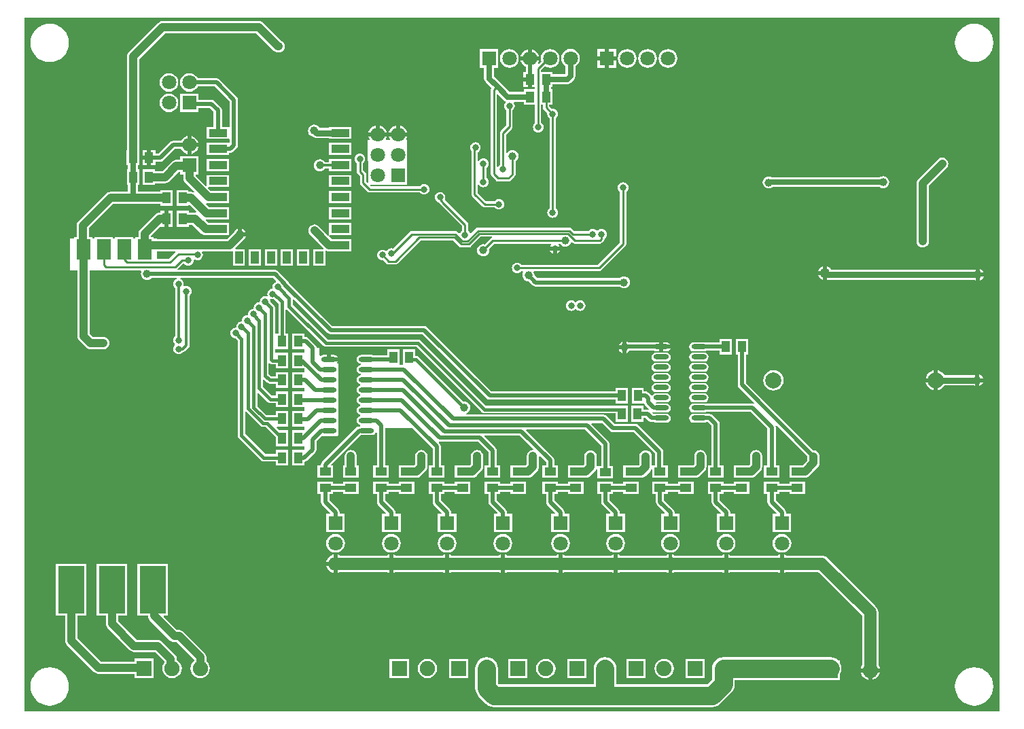
<source format=gbl>
G04*
G04 #@! TF.GenerationSoftware,Altium Limited,Altium Designer,19.0.9 (268)*
G04*
G04 Layer_Physical_Order=2*
G04 Layer_Color=16711680*
%FSLAX25Y25*%
%MOIN*%
G70*
G01*
G75*
%ADD11C,0.03937*%
%ADD18C,0.01000*%
%ADD29R,0.05709X0.03937*%
%ADD31R,0.03937X0.05709*%
%ADD39R,0.04331X0.05315*%
%ADD67C,0.03937*%
%ADD68C,0.03150*%
%ADD69C,0.05906*%
%ADD70C,0.01968*%
%ADD71C,0.02756*%
%ADD72C,0.01575*%
%ADD73C,0.01181*%
%ADD80C,0.07874*%
%ADD81C,0.07480*%
%ADD82R,0.07480X0.07480*%
%ADD83C,0.07087*%
%ADD84R,0.07087X0.07087*%
%ADD85R,0.07087X0.07087*%
%ADD86C,0.03150*%
%ADD87C,0.05000*%
%ADD88R,0.12992X0.23622*%
%ADD89R,0.07087X0.09843*%
%ADD90O,0.07480X0.02362*%
%ADD91R,0.08858X0.03937*%
%ADD92R,0.03937X0.05906*%
%ADD93C,0.09055*%
G36*
X480315Y1969D02*
X1969D01*
Y342520D01*
X480315D01*
Y1969D01*
D02*
G37*
%LPC*%
G36*
X117035Y340789D02*
X69685D01*
X68910Y340687D01*
X68188Y340388D01*
X67568Y339912D01*
X53099Y325444D01*
X52623Y324824D01*
X52324Y324102D01*
X52222Y323327D01*
Y277476D01*
X52051D01*
Y270161D01*
X52792D01*
Y268126D01*
X52248D01*
Y260417D01*
X52792D01*
Y257030D01*
X44193D01*
X43418Y256927D01*
X42696Y256628D01*
X42076Y256153D01*
X28591Y242668D01*
X28116Y242048D01*
X27817Y241326D01*
X27714Y240551D01*
Y234697D01*
X26362D01*
Y234252D01*
X24409D01*
Y218504D01*
X27911D01*
Y186276D01*
X28013Y185501D01*
X28313Y184778D01*
X28788Y184158D01*
X32223Y180724D01*
X32843Y180248D01*
X33142Y180124D01*
X33565Y179949D01*
X34340Y179847D01*
X40682D01*
X41457Y179949D01*
X42180Y180248D01*
X42800Y180724D01*
X43275Y181344D01*
X43575Y182066D01*
X43676Y182841D01*
X43575Y183616D01*
X43275Y184338D01*
X42800Y184958D01*
X42180Y185434D01*
X41457Y185733D01*
X40682Y185835D01*
X35580D01*
X33900Y187516D01*
Y218504D01*
X59135D01*
X59420Y218004D01*
X59214Y217507D01*
X59112Y216732D01*
X59214Y215957D01*
X59513Y215235D01*
X59989Y214615D01*
X60609Y214139D01*
X61331Y213840D01*
X62106Y213738D01*
X62881Y213840D01*
X63603Y214139D01*
X64223Y214615D01*
X64296Y214709D01*
X76521D01*
X76620Y214209D01*
X76261Y214060D01*
X75723Y213647D01*
X75310Y213109D01*
X75050Y212483D01*
X74962Y211811D01*
X75050Y211139D01*
X75310Y210512D01*
X75723Y209975D01*
X75937Y209810D01*
Y186253D01*
X75722Y186088D01*
X75310Y185550D01*
X75050Y184924D01*
X74962Y184252D01*
X75050Y183579D01*
X75310Y182953D01*
X75722Y182415D01*
X75826Y182336D01*
Y181836D01*
X75722Y181757D01*
X75310Y181219D01*
X75050Y180593D01*
X74962Y179921D01*
X75050Y179249D01*
X75310Y178622D01*
X75722Y178085D01*
X76260Y177672D01*
X76887Y177412D01*
X77559Y177324D01*
X78231Y177412D01*
X78857Y177672D01*
X79395Y178085D01*
X79566Y178307D01*
X80148Y178423D01*
X80674Y178774D01*
X82643Y180743D01*
X82994Y181269D01*
X83118Y181890D01*
Y206267D01*
X83332Y206431D01*
X83745Y206969D01*
X84005Y207596D01*
X84093Y208268D01*
X84005Y208940D01*
X83745Y209566D01*
X83332Y210104D01*
X82795Y210517D01*
X82168Y210776D01*
X81496Y210865D01*
X80824Y210776D01*
X80383Y210594D01*
X79998Y210970D01*
X80068Y211139D01*
X80156Y211811D01*
X80068Y212483D01*
X79808Y213109D01*
X79395Y213647D01*
X78858Y214060D01*
X78498Y214209D01*
X78597Y214709D01*
X124077D01*
X125481Y213305D01*
X125345Y212734D01*
X124981Y212584D01*
X124443Y212171D01*
X124030Y211633D01*
X123771Y211007D01*
X123682Y210335D01*
X123730Y209976D01*
X123728Y209641D01*
X123320Y209443D01*
X123054Y209408D01*
X122428Y209149D01*
X121890Y208736D01*
X121477Y208198D01*
X121218Y207572D01*
X121130Y206900D01*
X121218Y206228D01*
X121323Y205975D01*
X120940Y205592D01*
X120757Y205668D01*
X120085Y205756D01*
X119412Y205668D01*
X118786Y205409D01*
X118248Y204996D01*
X117835Y204458D01*
X117576Y203832D01*
X117488Y203159D01*
X117490Y203144D01*
X117136Y202790D01*
X117033Y202804D01*
X116361Y202715D01*
X115735Y202456D01*
X115197Y202043D01*
X114784Y201505D01*
X114525Y200879D01*
X114436Y200207D01*
X114459Y200036D01*
X114277Y199556D01*
X114063Y199527D01*
X113605Y199467D01*
X112979Y199207D01*
X112441Y198795D01*
X112028Y198257D01*
X111769Y197631D01*
X111680Y196958D01*
X111694Y196856D01*
X111340Y196502D01*
X111324Y196504D01*
X110652Y196416D01*
X110026Y196156D01*
X109488Y195744D01*
X109075Y195206D01*
X108816Y194579D01*
X108727Y193907D01*
X108762Y193646D01*
X108470Y193354D01*
X107798Y193266D01*
X107171Y193006D01*
X106633Y192594D01*
X106221Y192056D01*
X105961Y191429D01*
X105873Y190757D01*
X105886Y190655D01*
X105533Y190301D01*
X105517Y190303D01*
X104845Y190215D01*
X104218Y189955D01*
X103681Y189542D01*
X103268Y189005D01*
X103008Y188378D01*
X102920Y187706D01*
X103008Y187034D01*
X103268Y186407D01*
X103681Y185870D01*
X104218Y185457D01*
X104845Y185197D01*
X105517Y185109D01*
X105534Y185111D01*
X106544Y184102D01*
Y137599D01*
X106544Y137598D01*
X106682Y136901D01*
X107078Y136310D01*
X118101Y125286D01*
X118101Y125286D01*
X118692Y124891D01*
X119390Y124752D01*
X119390Y124752D01*
X125378D01*
Y122721D01*
X131315D01*
Y130429D01*
X125378D01*
Y128397D01*
X120145D01*
X110189Y138353D01*
Y149114D01*
X110689Y149321D01*
X117828Y142183D01*
X118419Y141787D01*
X119116Y141649D01*
X119116Y141649D01*
X120226D01*
X125188Y136687D01*
X125188Y136687D01*
X125378Y136560D01*
Y132251D01*
X131315D01*
Y139960D01*
X127069D01*
X125747Y141282D01*
X125954Y141782D01*
X131315D01*
Y149491D01*
X125378D01*
Y147459D01*
X120768D01*
X116291Y151936D01*
Y158333D01*
X116753Y158524D01*
X121398Y153879D01*
X121398Y153879D01*
X121990Y153484D01*
X122687Y153345D01*
X125378D01*
Y151313D01*
X131315D01*
Y159022D01*
X125378D01*
Y156990D01*
X123442D01*
X118923Y161509D01*
Y164756D01*
X119385Y164948D01*
X120923Y163409D01*
X120923Y163409D01*
X121514Y163014D01*
X122211Y162876D01*
X125378D01*
Y160844D01*
X131315D01*
Y168552D01*
X125378D01*
Y166521D01*
X122966D01*
X121803Y167684D01*
Y172888D01*
X122265Y173080D01*
X122404Y172940D01*
X122404Y172940D01*
X122995Y172545D01*
X123693Y172407D01*
X123693Y172407D01*
X125378D01*
Y170375D01*
X131315D01*
Y178083D01*
X125378D01*
Y176051D01*
X124854D01*
Y200098D01*
X124854Y200098D01*
X124715Y200796D01*
X124320Y201387D01*
X124320Y201387D01*
X122666Y203041D01*
X122682Y203159D01*
X122593Y203832D01*
X122488Y204085D01*
X122871Y204467D01*
X123054Y204391D01*
X123726Y204303D01*
X124338Y204383D01*
X126524Y202198D01*
Y187614D01*
X125378D01*
Y179905D01*
X131315D01*
Y187614D01*
X130169D01*
Y199224D01*
X130669Y199431D01*
X148613Y181487D01*
X148613Y181487D01*
X149204Y181092D01*
X149902Y180953D01*
X194225D01*
X226270Y148908D01*
X226270Y148908D01*
X226862Y148513D01*
X227559Y148374D01*
X227559Y148374D01*
X291913D01*
Y144276D01*
X297850D01*
Y151984D01*
X293877D01*
X293701Y152019D01*
X293701Y152019D01*
X228314D01*
X196269Y184064D01*
X195678Y184459D01*
X194980Y184598D01*
X194980Y184598D01*
X150656D01*
X133614Y201641D01*
Y204255D01*
X134114Y204462D01*
X150833Y187743D01*
X151490Y187304D01*
X152264Y187150D01*
X197292D01*
X228786Y155656D01*
X229442Y155218D01*
X230217Y155063D01*
X292012D01*
Y153232D01*
X297949D01*
Y160941D01*
X292012D01*
Y159110D01*
X231054D01*
X199560Y190604D01*
X198904Y191042D01*
X198130Y191196D01*
X153102D01*
X131693Y212605D01*
X131269Y213239D01*
X126346Y218163D01*
X125689Y218601D01*
X124915Y218755D01*
X77366D01*
X77173Y219255D01*
X79835Y221917D01*
X80387D01*
X80622Y221610D01*
X81160Y221198D01*
X81786Y220938D01*
X82459Y220850D01*
X83131Y220938D01*
X83757Y221198D01*
X84295Y221610D01*
X84708Y222148D01*
X84967Y222775D01*
X85056Y223447D01*
X85043Y223546D01*
X85511Y223816D01*
X85617Y223735D01*
X86243Y223476D01*
X86915Y223387D01*
X87587Y223476D01*
X88214Y223735D01*
X88752Y224148D01*
X89164Y224686D01*
X89424Y225312D01*
X89512Y225984D01*
X89424Y226656D01*
X89164Y227283D01*
X89102Y227364D01*
X89323Y227813D01*
X102657D01*
X103432Y227915D01*
X103717Y228033D01*
X104217Y227699D01*
Y220949D01*
X110153D01*
Y228854D01*
X105592D01*
X105401Y229316D01*
X109794Y233710D01*
X110270Y234330D01*
X110569Y235052D01*
X110593Y235236D01*
X107677D01*
Y236221D01*
X106693D01*
Y239026D01*
X106180Y238813D01*
X105560Y238338D01*
X105084Y237718D01*
X104908Y237292D01*
X101417Y233801D01*
X67011D01*
Y234252D01*
X65409D01*
Y234697D01*
X64018D01*
Y235374D01*
X68372Y239728D01*
X68783Y239945D01*
Y239945D01*
X68783Y239945D01*
X70768D01*
Y243799D01*
Y247654D01*
X68783D01*
Y246793D01*
X68209D01*
X67434Y246691D01*
X67011Y246516D01*
X66712Y246392D01*
X66092Y245916D01*
X58907Y238731D01*
X58431Y238111D01*
X58131Y237389D01*
X58030Y236614D01*
Y234697D01*
X56323D01*
Y234252D01*
X55449D01*
Y234697D01*
X46362D01*
Y234252D01*
X45488D01*
Y234697D01*
X36402D01*
Y234252D01*
X35449D01*
Y234697D01*
X33703D01*
Y239311D01*
X45433Y251041D01*
X68685D01*
Y250181D01*
X74622D01*
Y253841D01*
X74648Y254035D01*
X74622Y254230D01*
Y257890D01*
X68685D01*
Y257030D01*
X57641D01*
Y260417D01*
X58185D01*
Y268126D01*
X57641D01*
Y270161D01*
X58382D01*
Y277476D01*
X58211D01*
Y322087D01*
X70925Y334801D01*
X115795D01*
X124367Y326229D01*
X124987Y325753D01*
X125709Y325454D01*
X126484Y325352D01*
X126772D01*
X127547Y325454D01*
X128269Y325753D01*
X128889Y326229D01*
X129365Y326849D01*
X129664Y327572D01*
X129766Y328346D01*
X129664Y329121D01*
X129365Y329843D01*
X128889Y330464D01*
X128269Y330939D01*
X128024Y331041D01*
X119152Y339912D01*
X118532Y340388D01*
X117810Y340687D01*
X117035Y340789D01*
D02*
G37*
G36*
X250905Y326894D02*
Y323425D01*
X254374D01*
X254348Y323627D01*
X253890Y324732D01*
X253162Y325681D01*
X252213Y326410D01*
X251107Y326867D01*
X250905Y326894D01*
D02*
G37*
G36*
X248937D02*
X248735Y326867D01*
X247630Y326410D01*
X246681Y325681D01*
X245953Y324732D01*
X245495Y323627D01*
X245468Y323425D01*
X248937D01*
Y326894D01*
D02*
G37*
G36*
X292240Y326984D02*
X288681D01*
Y323425D01*
X292240D01*
Y326984D01*
D02*
G37*
G36*
X286712D02*
X283153D01*
Y323425D01*
X286712D01*
Y326984D01*
D02*
G37*
G36*
X467913Y339538D02*
X466076Y339356D01*
X464309Y338821D01*
X462680Y337950D01*
X461253Y336779D01*
X460081Y335351D01*
X459211Y333723D01*
X458675Y331956D01*
X458494Y330118D01*
X458675Y328280D01*
X459211Y326514D01*
X460081Y324885D01*
X461253Y323458D01*
X462680Y322286D01*
X464309Y321416D01*
X466076Y320880D01*
X467913Y320699D01*
X469751Y320880D01*
X471518Y321416D01*
X473146Y322286D01*
X474574Y323458D01*
X475745Y324885D01*
X476616Y326514D01*
X477152Y328280D01*
X477333Y330118D01*
X477152Y331956D01*
X476616Y333723D01*
X475745Y335351D01*
X474574Y336779D01*
X473146Y337950D01*
X471518Y338821D01*
X469751Y339356D01*
X467913Y339538D01*
D02*
G37*
G36*
X14370D02*
X12532Y339356D01*
X10765Y338821D01*
X9137Y337950D01*
X7710Y336779D01*
X6538Y335351D01*
X5668Y333723D01*
X5132Y331956D01*
X4951Y330118D01*
X5132Y328280D01*
X5668Y326514D01*
X6538Y324885D01*
X7710Y323458D01*
X9137Y322286D01*
X10765Y321416D01*
X12532Y320880D01*
X14370Y320699D01*
X16208Y320880D01*
X17975Y321416D01*
X19603Y322286D01*
X21031Y323458D01*
X22202Y324885D01*
X23073Y326514D01*
X23608Y328280D01*
X23789Y330118D01*
X23608Y331956D01*
X23073Y333723D01*
X22202Y335351D01*
X21031Y336779D01*
X19603Y337950D01*
X17975Y338821D01*
X16208Y339356D01*
X14370Y339538D01*
D02*
G37*
G36*
X292240Y321456D02*
X288681D01*
Y317897D01*
X292240D01*
Y321456D01*
D02*
G37*
G36*
X286712D02*
X283153D01*
Y317897D01*
X286712D01*
Y321456D01*
D02*
G37*
G36*
X317697Y327024D02*
X316511Y326867D01*
X315406Y326410D01*
X314457Y325681D01*
X313728Y324732D01*
X313270Y323627D01*
X313114Y322441D01*
X313270Y321255D01*
X313728Y320150D01*
X314457Y319201D01*
X315406Y318472D01*
X316511Y318015D01*
X317697Y317858D01*
X318883Y318015D01*
X319988Y318472D01*
X320937Y319201D01*
X321665Y320150D01*
X322123Y321255D01*
X322279Y322441D01*
X322123Y323627D01*
X321665Y324732D01*
X320937Y325681D01*
X319988Y326410D01*
X318883Y326867D01*
X317697Y327024D01*
D02*
G37*
G36*
X307697D02*
X306511Y326867D01*
X305406Y326410D01*
X304456Y325681D01*
X303728Y324732D01*
X303271Y323627D01*
X303114Y322441D01*
X303271Y321255D01*
X303728Y320150D01*
X304456Y319201D01*
X305406Y318472D01*
X306511Y318015D01*
X307697Y317858D01*
X308883Y318015D01*
X309988Y318472D01*
X310937Y319201D01*
X311665Y320150D01*
X312123Y321255D01*
X312279Y322441D01*
X312123Y323627D01*
X311665Y324732D01*
X310937Y325681D01*
X309988Y326410D01*
X308883Y326867D01*
X307697Y327024D01*
D02*
G37*
G36*
X269921Y327122D02*
X268735Y326966D01*
X267630Y326508D01*
X266681Y325780D01*
X265953Y324831D01*
X265495Y323725D01*
X265339Y322539D01*
X265495Y321353D01*
X265953Y320248D01*
X266681Y319299D01*
X267497Y318673D01*
Y314823D01*
X267303Y314629D01*
X261039D01*
Y315862D01*
X255466D01*
Y316689D01*
X257415Y318638D01*
X257630Y318472D01*
X258735Y318015D01*
X259921Y317858D01*
X261107Y318015D01*
X262212Y318472D01*
X263162Y319201D01*
X263890Y320150D01*
X264348Y321255D01*
X264504Y322441D01*
X264348Y323627D01*
X263890Y324732D01*
X263162Y325681D01*
X262212Y326410D01*
X261107Y326867D01*
X259921Y327024D01*
X258735Y326867D01*
X257630Y326410D01*
X256681Y325681D01*
X255953Y324732D01*
X255495Y323627D01*
X255339Y322441D01*
X255495Y321255D01*
X255557Y321106D01*
X254253Y319802D01*
X253876Y320132D01*
X253890Y320150D01*
X254348Y321255D01*
X254374Y321457D01*
X245468D01*
X245495Y321255D01*
X245953Y320150D01*
X246681Y319201D01*
X247630Y318472D01*
X247977Y318329D01*
Y315862D01*
X246835D01*
Y313189D01*
X250000D01*
Y312205D01*
X250984D01*
Y308547D01*
X252408D01*
Y307398D01*
X247031D01*
Y305968D01*
X239981D01*
X235573Y310376D01*
X232346Y313603D01*
Y317897D01*
X234464D01*
Y326984D01*
X225378D01*
Y317897D01*
X227497D01*
Y312598D01*
X227681Y311671D01*
X228207Y310884D01*
X231090Y308001D01*
X230871Y307672D01*
X230754Y307087D01*
Y265748D01*
X230871Y265163D01*
X231202Y264667D01*
X233303Y262566D01*
X233799Y262234D01*
X234384Y262118D01*
X239384D01*
X239969Y262234D01*
X240466Y262566D01*
X242420Y264520D01*
X242752Y265016D01*
X242868Y265602D01*
Y271959D01*
X243456Y272410D01*
X243932Y273030D01*
X244231Y273752D01*
X244333Y274527D01*
X244231Y275302D01*
X243932Y276024D01*
X243456Y276644D01*
X242836Y277120D01*
X242113Y277419D01*
X241339Y277521D01*
X240564Y277419D01*
X239842Y277120D01*
X239221Y276644D01*
X238754Y276035D01*
X238717Y276031D01*
X238254Y276145D01*
Y285193D01*
X241002Y287941D01*
X241334Y288437D01*
X241450Y289023D01*
Y297141D01*
X241757Y297376D01*
X242170Y297914D01*
X242429Y298540D01*
X242518Y299213D01*
X242429Y299885D01*
X242170Y300511D01*
X242087Y300619D01*
X242334Y301119D01*
X247031D01*
Y299689D01*
X252408D01*
Y290677D01*
X252199Y290517D01*
X251786Y289980D01*
X251527Y289353D01*
X251438Y288681D01*
X251527Y288009D01*
X251786Y287383D01*
X252199Y286845D01*
X252737Y286432D01*
X253363Y286173D01*
X254035Y286084D01*
X254708Y286173D01*
X255334Y286432D01*
X255872Y286845D01*
X256284Y287383D01*
X256544Y288009D01*
X256632Y288681D01*
X256544Y289353D01*
X256284Y289980D01*
X255872Y290517D01*
X255466Y290828D01*
Y299689D01*
X256345D01*
Y298425D01*
X256461Y297840D01*
X256793Y297344D01*
X258477Y295659D01*
X258427Y295276D01*
X258515Y294603D01*
X258774Y293977D01*
X259187Y293439D01*
X259557Y293156D01*
Y248970D01*
X259187Y248687D01*
X258774Y248149D01*
X258515Y247523D01*
X258427Y246850D01*
X258515Y246178D01*
X258774Y245552D01*
X259187Y245014D01*
X259725Y244601D01*
X260351Y244342D01*
X261024Y244253D01*
X261696Y244342D01*
X262322Y244601D01*
X262860Y245014D01*
X263273Y245552D01*
X263532Y246178D01*
X263621Y246850D01*
X263532Y247523D01*
X263273Y248149D01*
X262860Y248687D01*
X262615Y248874D01*
Y293252D01*
X262860Y293439D01*
X263273Y293977D01*
X263532Y294603D01*
X263621Y295276D01*
X263532Y295948D01*
X263273Y296574D01*
X262860Y297112D01*
X262322Y297525D01*
X261696Y297784D01*
X261024Y297873D01*
X260640Y297822D01*
X259403Y299059D01*
Y299689D01*
X260842D01*
Y307398D01*
X260299D01*
Y308547D01*
X261039D01*
Y309780D01*
X268307D01*
X269235Y309965D01*
X270021Y310490D01*
X271636Y312105D01*
X272161Y312891D01*
X272346Y313819D01*
Y318673D01*
X273162Y319299D01*
X273890Y320248D01*
X274348Y321353D01*
X274504Y322539D01*
X274348Y323725D01*
X273890Y324831D01*
X273162Y325780D01*
X272213Y326508D01*
X271107Y326966D01*
X269921Y327122D01*
D02*
G37*
G36*
X297696Y327023D02*
X296511Y326867D01*
X295405Y326409D01*
X294456Y325681D01*
X293728Y324732D01*
X293270Y323627D01*
X293114Y322441D01*
X293270Y321255D01*
X293728Y320149D01*
X294456Y319200D01*
X295405Y318472D01*
X296511Y318014D01*
X297696Y317858D01*
X298883Y318014D01*
X299988Y318472D01*
X300937Y319200D01*
X301665Y320149D01*
X302123Y321255D01*
X302279Y322441D01*
X302123Y323627D01*
X301665Y324732D01*
X300937Y325681D01*
X299988Y326409D01*
X298883Y326867D01*
X297696Y327023D01*
D02*
G37*
G36*
X239921D02*
X238735Y326867D01*
X237630Y326409D01*
X236681Y325681D01*
X235952Y324732D01*
X235495Y323627D01*
X235338Y322441D01*
X235495Y321255D01*
X235952Y320149D01*
X236681Y319200D01*
X237630Y318472D01*
X238735Y318014D01*
X239921Y317858D01*
X241107Y318014D01*
X242212Y318472D01*
X243161Y319200D01*
X243889Y320149D01*
X244347Y321255D01*
X244503Y322441D01*
X244347Y323627D01*
X243889Y324732D01*
X243161Y325681D01*
X242212Y326409D01*
X241107Y326867D01*
X239921Y327023D01*
D02*
G37*
G36*
X249016Y311221D02*
X246835D01*
Y308547D01*
X249016D01*
Y311221D01*
D02*
G37*
G36*
X72874Y315272D02*
X71688Y315116D01*
X70582Y314658D01*
X69633Y313930D01*
X68905Y312981D01*
X68447Y311875D01*
X68291Y310689D01*
X68447Y309503D01*
X68905Y308398D01*
X69633Y307449D01*
X70582Y306721D01*
X71688Y306263D01*
X72874Y306107D01*
X74060Y306263D01*
X75165Y306721D01*
X76114Y307449D01*
X76842Y308398D01*
X77300Y309503D01*
X77456Y310689D01*
X77300Y311875D01*
X76842Y312981D01*
X76114Y313930D01*
X75165Y314658D01*
X74060Y315116D01*
X72874Y315272D01*
D02*
G37*
G36*
Y305272D02*
X71688Y305116D01*
X70582Y304658D01*
X69633Y303930D01*
X68905Y302980D01*
X68447Y301875D01*
X68291Y300689D01*
X68447Y299503D01*
X68905Y298398D01*
X69633Y297449D01*
X70582Y296721D01*
X71688Y296263D01*
X72874Y296107D01*
X74060Y296263D01*
X75165Y296721D01*
X76114Y297449D01*
X76842Y298398D01*
X77300Y299503D01*
X77456Y300689D01*
X77300Y301875D01*
X76842Y302980D01*
X76114Y303930D01*
X75165Y304658D01*
X74060Y305116D01*
X72874Y305272D01*
D02*
G37*
G36*
X82874Y315271D02*
X81688Y315115D01*
X80583Y314657D01*
X79634Y313929D01*
X78905Y312980D01*
X78448Y311875D01*
X78291Y310689D01*
X78448Y309503D01*
X78905Y308398D01*
X79634Y307449D01*
X80583Y306720D01*
X81688Y306263D01*
X82874Y306106D01*
X84060Y306263D01*
X85165Y306720D01*
X86114Y307449D01*
X86843Y308398D01*
X86954Y308666D01*
X95461D01*
X102701Y301426D01*
Y289083D01*
X102279Y288894D01*
X102201Y288894D01*
X98874D01*
Y297047D01*
X98720Y297821D01*
X98281Y298478D01*
X95131Y301627D01*
X94475Y302066D01*
X93701Y302220D01*
X87417D01*
Y305232D01*
X78331D01*
Y296146D01*
X87417D01*
Y298174D01*
X92863D01*
X94827Y296209D01*
Y288894D01*
X91421D01*
Y282957D01*
X102201D01*
X102279Y282957D01*
X102701Y282768D01*
Y281209D01*
X102279Y281020D01*
X91421D01*
Y275083D01*
X102279D01*
Y276253D01*
X103079D01*
X103853Y276407D01*
X104510Y276845D01*
X106155Y278491D01*
X106594Y279147D01*
X106747Y279921D01*
Y302264D01*
X106594Y303038D01*
X106155Y303694D01*
X97730Y312120D01*
X97073Y312558D01*
X96299Y312712D01*
X86954D01*
X86843Y312980D01*
X86114Y313929D01*
X85165Y314657D01*
X84060Y315115D01*
X82874Y315271D01*
D02*
G37*
G36*
X186221Y289610D02*
Y286142D01*
X189689D01*
X189663Y286344D01*
X189205Y287449D01*
X188477Y288398D01*
X187528Y289126D01*
X186422Y289584D01*
X186221Y289610D01*
D02*
G37*
G36*
X176221D02*
Y286142D01*
X179689D01*
X179663Y286344D01*
X179205Y287449D01*
X178477Y288398D01*
X177527Y289126D01*
X176422Y289584D01*
X176221Y289610D01*
D02*
G37*
G36*
X184252Y289610D02*
X184050Y289584D01*
X182945Y289126D01*
X181996Y288398D01*
X181268Y287449D01*
X180810Y286344D01*
X180783Y286142D01*
X184252D01*
Y289610D01*
D02*
G37*
G36*
X174252D02*
X174050Y289584D01*
X172945Y289126D01*
X171996Y288398D01*
X171268Y287449D01*
X170810Y286344D01*
X170783Y286142D01*
X174252D01*
Y289610D01*
D02*
G37*
G36*
X144075Y290002D02*
X143300Y289900D01*
X142578Y289601D01*
X141958Y289125D01*
X141482Y288505D01*
X141183Y287783D01*
X141081Y287008D01*
X141183Y286233D01*
X141482Y285511D01*
X141958Y284891D01*
X142578Y284415D01*
X143300Y284116D01*
X143630Y284072D01*
X144147Y283676D01*
X144773Y283417D01*
X145445Y283328D01*
X151461D01*
Y282957D01*
X162319D01*
Y288894D01*
X151461D01*
Y288522D01*
X146654D01*
X146192Y289125D01*
X145572Y289601D01*
X144850Y289900D01*
X144075Y290002D01*
D02*
G37*
G36*
X189689Y284173D02*
X185236D01*
X180783D01*
X180810Y283971D01*
X181268Y282866D01*
X181295Y282830D01*
X181074Y282382D01*
X179398D01*
X179177Y282830D01*
X179205Y282866D01*
X179663Y283971D01*
X179689Y284173D01*
X175236D01*
X170783D01*
X170810Y283971D01*
X171268Y282866D01*
X171295Y282830D01*
X171074Y282382D01*
X170472D01*
X170665Y261680D01*
X170204Y261487D01*
X169640Y262051D01*
Y265354D01*
X169523Y265940D01*
X169192Y266436D01*
X168065Y267563D01*
Y271156D01*
X168372Y271392D01*
X168784Y271930D01*
X169044Y272556D01*
X169132Y273228D01*
X169044Y273901D01*
X168784Y274527D01*
X168372Y275065D01*
X167834Y275477D01*
X167208Y275737D01*
X166535Y275825D01*
X165863Y275737D01*
X165237Y275477D01*
X164699Y275065D01*
X164286Y274527D01*
X164027Y273901D01*
X163938Y273228D01*
X164027Y272556D01*
X164286Y271930D01*
X164699Y271392D01*
X165006Y271156D01*
Y266929D01*
X165122Y266344D01*
X165454Y265848D01*
X166581Y264721D01*
Y261417D01*
X166697Y260832D01*
X167029Y260336D01*
X170178Y257186D01*
X170675Y256855D01*
X171260Y256738D01*
X196058D01*
X196294Y256431D01*
X196831Y256019D01*
X197458Y255759D01*
X198130Y255671D01*
X198802Y255759D01*
X199428Y256019D01*
X199966Y256431D01*
X200379Y256969D01*
X200638Y257596D01*
X200727Y258268D01*
X200638Y258940D01*
X200379Y259566D01*
X199966Y260104D01*
X199428Y260517D01*
X198802Y260776D01*
X198130Y260865D01*
X197458Y260776D01*
X196831Y260517D01*
X196294Y260104D01*
X196058Y259797D01*
X171893D01*
X171538Y260152D01*
X171730Y260614D01*
X174941D01*
X175236Y260575D01*
X175531Y260614D01*
X189780D01*
Y274859D01*
X189819Y275157D01*
X189780Y275455D01*
Y282382D01*
X189398D01*
X189177Y282830D01*
X189205Y282866D01*
X189663Y283971D01*
X189689Y284173D01*
D02*
G37*
G36*
X83858Y284433D02*
Y280965D01*
X87327D01*
X87300Y281166D01*
X86843Y282272D01*
X86114Y283221D01*
X85165Y283949D01*
X84060Y284407D01*
X83858Y284433D01*
D02*
G37*
G36*
X87327Y278996D02*
X83858D01*
Y275527D01*
X84060Y275554D01*
X85165Y276012D01*
X86114Y276740D01*
X86843Y277689D01*
X87300Y278794D01*
X87327Y278996D01*
D02*
G37*
G36*
X81890Y284433D02*
X81688Y284407D01*
X80583Y283949D01*
X79634Y283221D01*
X78905Y282272D01*
X78794Y282003D01*
X74862D01*
X74088Y281849D01*
X73432Y281411D01*
X67863Y275842D01*
X66256D01*
Y277476D01*
X64075D01*
Y273819D01*
Y270161D01*
X66256D01*
Y271796D01*
X68701D01*
X69475Y271950D01*
X70131Y272388D01*
X75700Y277957D01*
X78794D01*
X78905Y277689D01*
X79634Y276740D01*
X80583Y276012D01*
X81688Y275554D01*
X81890Y275527D01*
Y279980D01*
Y284433D01*
D02*
G37*
G36*
X162319Y281020D02*
X151461D01*
Y275083D01*
X162319D01*
Y281020D01*
D02*
G37*
G36*
X62106Y277476D02*
X59925D01*
Y274803D01*
X62106D01*
Y277476D01*
D02*
G37*
G36*
X162319Y273146D02*
X151461D01*
Y271602D01*
X149348D01*
X148968Y272097D01*
X148347Y272573D01*
X147625Y272872D01*
X146850Y272974D01*
X146075Y272872D01*
X145353Y272573D01*
X144733Y272097D01*
X144257Y271477D01*
X143958Y270755D01*
X143856Y269980D01*
X143958Y269205D01*
X144257Y268483D01*
X144733Y267863D01*
X145353Y267387D01*
X146075Y267088D01*
X146850Y266986D01*
X147625Y267088D01*
X148347Y267387D01*
X148968Y267863D01*
X149348Y268358D01*
X151461D01*
Y267209D01*
X162319D01*
Y273146D01*
D02*
G37*
G36*
X62106Y272835D02*
X59925D01*
Y270161D01*
X62106D01*
Y272835D01*
D02*
G37*
G36*
X87418Y274523D02*
X78331D01*
Y272679D01*
X76476D01*
X75701Y272577D01*
X74979Y272278D01*
X74359Y271802D01*
X69823Y267266D01*
X66059D01*
Y268126D01*
X60122D01*
Y264466D01*
X60096Y264272D01*
Y263386D01*
X60122Y263191D01*
Y260417D01*
X62896D01*
X63090Y260392D01*
X63285Y260417D01*
X66059D01*
Y261278D01*
X71063D01*
X71838Y261380D01*
X72560Y261679D01*
X73180Y262155D01*
X77717Y266691D01*
X78331D01*
Y265437D01*
X79880D01*
Y263779D01*
X79982Y263004D01*
X80281Y262282D01*
X80757Y261662D01*
X85244Y257175D01*
X84961Y256751D01*
X84535Y256927D01*
X83760Y257030D01*
X82496D01*
Y257890D01*
X76559D01*
Y254230D01*
X76533Y254035D01*
X76559Y253841D01*
Y250181D01*
X82496D01*
Y250358D01*
X82996Y250565D01*
X86231Y247330D01*
X85997Y246856D01*
X85728Y246892D01*
X82595D01*
Y247654D01*
X76657D01*
Y244092D01*
X76632Y243898D01*
Y243799D01*
X76657Y243605D01*
Y239945D01*
X82595D01*
Y240903D01*
X84488D01*
X88828Y236564D01*
X89448Y236088D01*
X89747Y235964D01*
X90170Y235789D01*
X90945Y235687D01*
X96850D01*
X97045Y235713D01*
X102279D01*
Y241650D01*
X97045D01*
X96850Y241675D01*
X92185D01*
X90737Y243123D01*
X90971Y243596D01*
X91240Y243561D01*
X96850D01*
X97045Y243587D01*
X102279D01*
Y249524D01*
X97045D01*
X96850Y249549D01*
X92480D01*
X90972Y251057D01*
X91228Y251509D01*
X91421Y251461D01*
Y251461D01*
X92030D01*
X92224Y251435D01*
X96850D01*
X97045Y251461D01*
X102279D01*
Y257398D01*
X97045D01*
X96850Y257423D01*
X93465D01*
X92015Y258873D01*
X92207Y259335D01*
X102279D01*
Y265272D01*
X91421D01*
Y260120D01*
X90959Y259928D01*
X85951Y264937D01*
X86068Y265437D01*
X87418D01*
Y274523D01*
D02*
G37*
G36*
X102279Y273146D02*
X91421D01*
Y267209D01*
X102279D01*
Y273146D01*
D02*
G37*
G36*
X423228Y264707D02*
X422453Y264605D01*
X421731Y264306D01*
X421512Y264137D01*
X368714D01*
X368623Y264207D01*
X367901Y264506D01*
X367126Y264608D01*
X366351Y264506D01*
X365629Y264207D01*
X365009Y263731D01*
X364533Y263111D01*
X364234Y262389D01*
X364132Y261614D01*
X364234Y260839D01*
X364533Y260117D01*
X365009Y259497D01*
X365629Y259021D01*
X366351Y258722D01*
X367126Y258620D01*
X367901Y258722D01*
X368623Y259021D01*
X368971Y259288D01*
X421512D01*
X421731Y259120D01*
X422453Y258821D01*
X423228Y258718D01*
X424003Y258821D01*
X424725Y259120D01*
X425346Y259595D01*
X425821Y260215D01*
X426120Y260938D01*
X426223Y261713D01*
X426120Y262488D01*
X425821Y263210D01*
X425346Y263830D01*
X424725Y264306D01*
X424003Y264605D01*
X423228Y264707D01*
D02*
G37*
G36*
X162319Y265272D02*
X151461D01*
Y259335D01*
X162319D01*
Y265272D01*
D02*
G37*
G36*
X223228Y281337D02*
X222556Y281249D01*
X221930Y280989D01*
X221392Y280576D01*
X220979Y280039D01*
X220720Y279412D01*
X220631Y278740D01*
X220720Y278068D01*
X220979Y277442D01*
X221305Y277017D01*
Y255905D01*
X221422Y255319D01*
X221753Y254823D01*
X226764Y249813D01*
X227260Y249481D01*
X227845Y249365D01*
X232706D01*
X232941Y249058D01*
X233479Y248645D01*
X234106Y248386D01*
X234778Y248297D01*
X235450Y248386D01*
X236076Y248645D01*
X236614Y249058D01*
X237027Y249596D01*
X237286Y250222D01*
X237375Y250894D01*
X237286Y251566D01*
X237027Y252193D01*
X236614Y252730D01*
X236076Y253143D01*
X235450Y253403D01*
X234778Y253491D01*
X234106Y253403D01*
X233479Y253143D01*
X232941Y252730D01*
X232706Y252424D01*
X228479D01*
X224364Y256538D01*
Y260539D01*
X224864Y260639D01*
X224916Y260512D01*
X225329Y259975D01*
X225867Y259562D01*
X226493Y259302D01*
X227165Y259214D01*
X227837Y259302D01*
X228464Y259562D01*
X229002Y259975D01*
X229414Y260512D01*
X229674Y261139D01*
X229762Y261811D01*
X229674Y262483D01*
X229414Y263109D01*
X229002Y263647D01*
X228695Y263883D01*
Y268794D01*
X229002Y269030D01*
X229414Y269568D01*
X229674Y270194D01*
X229762Y270866D01*
X229674Y271538D01*
X229414Y272165D01*
X229002Y272703D01*
X228464Y273115D01*
X227837Y273375D01*
X227165Y273463D01*
X226493Y273375D01*
X225867Y273115D01*
X225329Y272703D01*
X224916Y272165D01*
X224864Y272039D01*
X224364Y272138D01*
Y276424D01*
X224527Y276491D01*
X225065Y276904D01*
X225477Y277442D01*
X225737Y278068D01*
X225825Y278740D01*
X225737Y279412D01*
X225477Y280039D01*
X225065Y280576D01*
X224527Y280989D01*
X223901Y281249D01*
X223228Y281337D01*
D02*
G37*
G36*
X162319Y257398D02*
X151461D01*
Y251461D01*
X162319D01*
Y257398D01*
D02*
G37*
G36*
Y249524D02*
X151461D01*
Y243587D01*
X162319D01*
Y249524D01*
D02*
G37*
G36*
X74721Y247654D02*
X72736D01*
Y243799D01*
Y239945D01*
X74721D01*
Y243605D01*
X74746Y243799D01*
X74721Y243994D01*
Y247654D01*
D02*
G37*
G36*
X108661Y239026D02*
Y237205D01*
X110483D01*
X110270Y237718D01*
X109794Y238338D01*
X109174Y238813D01*
X108661Y239026D01*
D02*
G37*
G36*
X205906Y256928D02*
X205233Y256839D01*
X204607Y256580D01*
X204069Y256167D01*
X203656Y255629D01*
X203397Y255003D01*
X203309Y254331D01*
X203397Y253659D01*
X203656Y253032D01*
X204069Y252494D01*
X204607Y252082D01*
X205123Y251868D01*
X205863Y251128D01*
X206062Y250830D01*
X216581Y240311D01*
Y237899D01*
X216274Y237663D01*
X215861Y237125D01*
X215707Y236752D01*
X215140Y236612D01*
X214450Y237302D01*
X213953Y237633D01*
X213368Y237750D01*
X192085D01*
X191500Y237633D01*
X191004Y237302D01*
X182859Y229157D01*
X182562Y229280D01*
X181890Y229369D01*
X181218Y229280D01*
X180591Y229021D01*
X180053Y228608D01*
X179716Y228168D01*
X179625Y228070D01*
X179092Y228053D01*
X178857Y228233D01*
X178231Y228492D01*
X177559Y228581D01*
X176886Y228492D01*
X176260Y228233D01*
X175722Y227820D01*
X175310Y227282D01*
X175050Y226656D01*
X174962Y225984D01*
X175050Y225312D01*
X175310Y224685D01*
X175722Y224147D01*
X176260Y223735D01*
X176886Y223475D01*
X177559Y223387D01*
X177942Y223437D01*
X179626Y221753D01*
X180123Y221422D01*
X180708Y221305D01*
X183858D01*
X184443Y221422D01*
X184940Y221753D01*
X196303Y233116D01*
X212338D01*
X215178Y230277D01*
X215674Y229945D01*
X216259Y229829D01*
X219961D01*
X220546Y229945D01*
X221043Y230277D01*
X225776Y235010D01*
X231271D01*
X231320Y234510D01*
X231189Y234484D01*
X230693Y234152D01*
X227784Y231244D01*
X227050Y231341D01*
X226275Y231239D01*
X225553Y230939D01*
X224933Y230464D01*
X224457Y229843D01*
X224158Y229121D01*
X224056Y228346D01*
X224158Y227572D01*
X224457Y226849D01*
X224933Y226229D01*
X225553Y225753D01*
X226275Y225454D01*
X227050Y225352D01*
X227825Y225454D01*
X228547Y225753D01*
X229167Y226229D01*
X229643Y226849D01*
X229942Y227572D01*
X230044Y228346D01*
X229947Y229081D01*
X232408Y231541D01*
X260292D01*
X260461Y231042D01*
X260368Y230970D01*
X259955Y230432D01*
X259825Y230118D01*
X264583D01*
X264453Y230432D01*
X264041Y230970D01*
X263947Y231042D01*
X264117Y231541D01*
X264755D01*
X265206Y230954D01*
X265826Y230478D01*
X266548Y230179D01*
X267323Y230077D01*
X268098Y230179D01*
X268820Y230478D01*
X269440Y230954D01*
X269916Y231574D01*
X270138Y232110D01*
X270677Y232278D01*
X270966Y231989D01*
X271462Y231658D01*
X272047Y231541D01*
X284252D01*
X284837Y231658D01*
X285333Y231989D01*
X286120Y232776D01*
X286452Y233272D01*
X286568Y233858D01*
Y234148D01*
X286875Y234384D01*
X287288Y234922D01*
X287547Y235548D01*
X287636Y236220D01*
X287547Y236892D01*
X287288Y237519D01*
X286875Y238056D01*
X286337Y238469D01*
X285711Y238728D01*
X285039Y238817D01*
X284367Y238728D01*
X283740Y238469D01*
X283202Y238056D01*
X283124Y237954D01*
X282624D01*
X282545Y238057D01*
X282007Y238470D01*
X281381Y238729D01*
X280709Y238818D01*
X280036Y238729D01*
X279410Y238470D01*
X278872Y238057D01*
X278637Y237750D01*
X271683D01*
X270418Y239015D01*
X269922Y239346D01*
X269337Y239462D01*
X224565D01*
X223980Y239346D01*
X223483Y239015D01*
X221081Y236612D01*
X220514Y236752D01*
X220359Y237125D01*
X219947Y237663D01*
X219640Y237899D01*
Y240945D01*
X219523Y241530D01*
X219192Y242026D01*
X208424Y252794D01*
X208225Y253092D01*
X208193Y253124D01*
X208414Y253659D01*
X208503Y254331D01*
X208414Y255003D01*
X208155Y255629D01*
X207742Y256167D01*
X207204Y256580D01*
X206578Y256839D01*
X205906Y256928D01*
D02*
G37*
G36*
X162319Y241650D02*
X151461D01*
Y236210D01*
X151461Y235764D01*
X151070Y235447D01*
X146408Y240109D01*
X145788Y240585D01*
X145066Y240884D01*
X144291Y240986D01*
X143516Y240884D01*
X142794Y240585D01*
X142174Y240109D01*
X141698Y239489D01*
X141399Y238767D01*
X141297Y237992D01*
X141399Y237217D01*
X141698Y236495D01*
X142174Y235875D01*
X148733Y229316D01*
X148541Y228854D01*
X143587D01*
Y220949D01*
X149524D01*
Y227998D01*
X149657Y228064D01*
X150024Y228196D01*
X150701Y227915D01*
X151476Y227813D01*
X156890D01*
X157084Y227839D01*
X162319D01*
Y233776D01*
X157084D01*
X156890Y233801D01*
X152717D01*
X151195Y235322D01*
X151512Y235713D01*
X151939Y235713D01*
X162319D01*
Y241650D01*
D02*
G37*
G36*
X452264Y273762D02*
X451489Y273660D01*
X450767Y273361D01*
X450147Y272885D01*
X440501Y263239D01*
X440025Y262619D01*
X439726Y261897D01*
X439624Y261122D01*
Y232677D01*
X439726Y231902D01*
X440025Y231180D01*
X440501Y230560D01*
X441121Y230084D01*
X441843Y229785D01*
X442618Y229683D01*
X443393Y229785D01*
X444115Y230084D01*
X444735Y230560D01*
X445211Y231180D01*
X445510Y231902D01*
X445612Y232677D01*
Y259882D01*
X454381Y268651D01*
X454857Y269271D01*
X455156Y269993D01*
X455258Y270768D01*
X455156Y271543D01*
X454857Y272265D01*
X454381Y272885D01*
X453761Y273361D01*
X453039Y273660D01*
X452264Y273762D01*
D02*
G37*
G36*
X264583Y228149D02*
X263189D01*
Y226754D01*
X263503Y226884D01*
X264041Y227297D01*
X264453Y227835D01*
X264583Y228149D01*
D02*
G37*
G36*
X261220D02*
X259825D01*
X259955Y227835D01*
X260368Y227297D01*
X260906Y226884D01*
X261220Y226754D01*
Y228149D01*
D02*
G37*
G36*
X295669Y261652D02*
X294997Y261564D01*
X294371Y261304D01*
X293833Y260892D01*
X293420Y260354D01*
X293161Y259727D01*
X293072Y259055D01*
X293161Y258383D01*
X293420Y257757D01*
X293833Y257219D01*
X294140Y256983D01*
Y232130D01*
X283225Y221214D01*
X245773D01*
X245537Y221521D01*
X244999Y221934D01*
X244373Y222194D01*
X243701Y222282D01*
X243029Y222194D01*
X242402Y221934D01*
X241864Y221521D01*
X241452Y220984D01*
X241192Y220357D01*
X241104Y219685D01*
X241192Y219013D01*
X241452Y218387D01*
X241864Y217849D01*
X242402Y217436D01*
X243029Y217177D01*
X243701Y217088D01*
X244373Y217177D01*
X244999Y217436D01*
X245537Y217849D01*
X245773Y218156D01*
X246451D01*
X246672Y217707D01*
X246620Y217639D01*
X246321Y216917D01*
X246218Y216142D01*
X246321Y215367D01*
X246620Y214645D01*
X247095Y214025D01*
X247715Y213549D01*
X248438Y213250D01*
X249213Y213148D01*
X249330Y213163D01*
X251308Y211186D01*
X251964Y210747D01*
X252738Y210593D01*
X293874D01*
X293946Y210499D01*
X294566Y210023D01*
X295288Y209724D01*
X296063Y209622D01*
X296838Y209724D01*
X297560Y210023D01*
X298180Y210499D01*
X298656Y211119D01*
X298955Y211841D01*
X299057Y212616D01*
X298955Y213391D01*
X298656Y214113D01*
X298180Y214733D01*
X297560Y215209D01*
X296838Y215508D01*
X296063Y215610D01*
X295288Y215508D01*
X294566Y215209D01*
X293946Y214733D01*
X293874Y214639D01*
X253576D01*
X252191Y216024D01*
X252207Y216142D01*
X252105Y216917D01*
X251806Y217639D01*
X251753Y217707D01*
X251974Y218156D01*
X283858D01*
X284443Y218272D01*
X284940Y218604D01*
X296751Y230415D01*
X297082Y230911D01*
X297199Y231496D01*
Y256983D01*
X297506Y257219D01*
X297918Y257757D01*
X298178Y258383D01*
X298266Y259055D01*
X298178Y259727D01*
X297918Y260354D01*
X297506Y260892D01*
X296968Y261304D01*
X296341Y261564D01*
X295669Y261652D01*
D02*
G37*
G36*
X141650Y228854D02*
X135713D01*
Y220949D01*
X141650D01*
Y228854D01*
D02*
G37*
G36*
X133776D02*
X127839D01*
Y220949D01*
X133776D01*
Y228854D01*
D02*
G37*
G36*
X125902D02*
X119965D01*
Y220949D01*
X125902D01*
Y228854D01*
D02*
G37*
G36*
X118027D02*
X112091D01*
Y220949D01*
X118027D01*
Y228854D01*
D02*
G37*
G36*
X393701Y220507D02*
X392920Y220183D01*
X392189Y219622D01*
X391628Y218891D01*
X391304Y218110D01*
X393701D01*
Y220507D01*
D02*
G37*
G36*
X470768Y219144D02*
Y217323D01*
X472589D01*
X472376Y217836D01*
X471901Y218456D01*
X471280Y218932D01*
X470768Y219144D01*
D02*
G37*
G36*
X393701Y216142D02*
X391304D01*
X391628Y215361D01*
X392189Y214630D01*
X392920Y214069D01*
X393701Y213745D01*
Y216142D01*
D02*
G37*
G36*
X472589Y215354D02*
X470768D01*
Y213533D01*
X471280Y213746D01*
X471901Y214221D01*
X472376Y214842D01*
X472589Y215354D01*
D02*
G37*
G36*
X395669Y220507D02*
Y217126D01*
Y213742D01*
X468296D01*
X468799Y213533D01*
Y216339D01*
Y219144D01*
X468296Y218936D01*
X397708D01*
X397181Y219622D01*
X396450Y220183D01*
X395669Y220507D01*
D02*
G37*
G36*
X270253Y203778D02*
X269581Y203690D01*
X268954Y203430D01*
X268417Y203017D01*
X268004Y202480D01*
X267744Y201853D01*
X267656Y201181D01*
X267744Y200509D01*
X268004Y199883D01*
X268417Y199345D01*
X268954Y198932D01*
X269581Y198673D01*
X270253Y198584D01*
X270925Y198673D01*
X271551Y198932D01*
X272089Y199345D01*
X272168Y199447D01*
X272668D01*
X272746Y199345D01*
X273284Y198932D01*
X273911Y198672D01*
X274583Y198584D01*
X275255Y198672D01*
X275881Y198932D01*
X276419Y199345D01*
X276832Y199882D01*
X277091Y200509D01*
X277180Y201181D01*
X277091Y201853D01*
X276832Y202480D01*
X276419Y203017D01*
X275881Y203430D01*
X275255Y203690D01*
X274583Y203778D01*
X273911Y203690D01*
X273284Y203430D01*
X272746Y203017D01*
X272668Y202915D01*
X272168D01*
X272089Y203017D01*
X271551Y203430D01*
X270925Y203690D01*
X270253Y203778D01*
D02*
G37*
G36*
X349031Y184858D02*
X343094D01*
Y183007D01*
X336331D01*
X336284Y183039D01*
X335433Y183208D01*
X330315D01*
X329464Y183039D01*
X328743Y182557D01*
X328260Y181835D01*
X328091Y180984D01*
X328260Y180133D01*
X328743Y179412D01*
X329464Y178930D01*
X330315Y178760D01*
X335433D01*
X336284Y178930D01*
X336331Y178961D01*
X343094D01*
Y177150D01*
X349031D01*
Y184858D01*
D02*
G37*
G36*
X316929Y183208D02*
X315354D01*
Y181968D01*
X318895D01*
X318502Y182557D01*
X317780Y183039D01*
X316929Y183208D01*
D02*
G37*
G36*
X295357Y183514D02*
X294844Y183302D01*
X294224Y182826D01*
X293748Y182206D01*
X293536Y181693D01*
X295357D01*
Y183514D01*
D02*
G37*
G36*
X318895Y180000D02*
X315354D01*
Y178760D01*
X316929D01*
X317780Y178930D01*
X318502Y179412D01*
X318895Y180000D01*
D02*
G37*
G36*
X297326Y183514D02*
Y180709D01*
Y177903D01*
X297838Y178116D01*
X298459Y178592D01*
X298742Y178961D01*
X310913D01*
X310960Y178930D01*
X311811Y178760D01*
X313386D01*
Y180984D01*
Y183208D01*
X311811D01*
X310960Y183039D01*
X310913Y183007D01*
X298222D01*
X297838Y183302D01*
X297326Y183514D01*
D02*
G37*
G36*
X295357Y179724D02*
X293536D01*
X293748Y179212D01*
X294224Y178592D01*
X294844Y178116D01*
X295357Y177903D01*
Y179724D01*
D02*
G37*
G36*
X153839Y177106D02*
X152264D01*
Y175866D01*
X155804D01*
X155411Y176454D01*
X154690Y176936D01*
X153839Y177106D01*
D02*
G37*
G36*
X335433Y178208D02*
X330315D01*
X329464Y178039D01*
X328743Y177557D01*
X328260Y176835D01*
X328091Y175984D01*
X328260Y175133D01*
X328743Y174412D01*
X329464Y173930D01*
X330315Y173760D01*
X335433D01*
X336284Y173930D01*
X337006Y174412D01*
X337488Y175133D01*
X337657Y175984D01*
X337488Y176835D01*
X337006Y177557D01*
X336284Y178039D01*
X335433Y178208D01*
D02*
G37*
G36*
X316929D02*
X311811D01*
X310960Y178039D01*
X310239Y177557D01*
X309756Y176835D01*
X309587Y175984D01*
X309756Y175133D01*
X310239Y174412D01*
X310960Y173930D01*
X311811Y173760D01*
X316929D01*
X317780Y173930D01*
X318502Y174412D01*
X318984Y175133D01*
X319153Y175984D01*
X318984Y176835D01*
X318502Y177557D01*
X317780Y178039D01*
X316929Y178208D01*
D02*
G37*
G36*
X193717Y179740D02*
X187779D01*
Y172205D01*
X186200Y172170D01*
X185843Y172520D01*
Y179740D01*
X179905D01*
Y176905D01*
X173241D01*
X173194Y176936D01*
X172343Y177106D01*
X167224D01*
X166373Y176936D01*
X165652Y176454D01*
X165170Y175733D01*
X165001Y174882D01*
X165170Y174031D01*
X165652Y173309D01*
X166373Y172827D01*
X166902Y172722D01*
X166897Y172041D01*
X166373Y171936D01*
X165652Y171454D01*
X165170Y170733D01*
X165001Y169882D01*
X165170Y169031D01*
X165652Y168309D01*
X166373Y167827D01*
X166868Y167729D01*
X166864Y167034D01*
X166373Y166936D01*
X165652Y166454D01*
X165170Y165733D01*
X165001Y164882D01*
X165170Y164031D01*
X165652Y163309D01*
X166373Y162827D01*
X166834Y162736D01*
X166830Y162027D01*
X166373Y161936D01*
X165652Y161454D01*
X165170Y160733D01*
X165001Y159882D01*
X165170Y159031D01*
X165652Y158309D01*
X166373Y157827D01*
X166801Y157742D01*
X166796Y157020D01*
X166373Y156936D01*
X165652Y156454D01*
X165170Y155733D01*
X165001Y154882D01*
X165170Y154031D01*
X165652Y153309D01*
X166373Y152827D01*
X166767Y152749D01*
X166762Y152014D01*
X166373Y151936D01*
X165652Y151454D01*
X165170Y150733D01*
X165001Y149882D01*
X165170Y149031D01*
X165652Y148309D01*
X166373Y147827D01*
X166733Y147756D01*
X166728Y147007D01*
X166373Y146936D01*
X165652Y146454D01*
X165170Y145733D01*
X165001Y144882D01*
X165170Y144031D01*
X165652Y143309D01*
X166373Y142827D01*
X166700Y142762D01*
X166694Y142000D01*
X166373Y141936D01*
X166326Y141905D01*
X166260D01*
X165486Y141751D01*
X164829Y141312D01*
X148091Y124574D01*
X147652Y123917D01*
X147498Y123143D01*
Y122653D01*
X145667D01*
Y116717D01*
X153376D01*
Y122653D01*
X152546D01*
X152355Y123116D01*
X166951Y137712D01*
X167224Y137658D01*
X172343D01*
X173194Y137827D01*
X173915Y138309D01*
X174373Y138995D01*
X174409Y138999D01*
X174873Y138697D01*
Y122653D01*
X173042D01*
Y116717D01*
X180751D01*
Y122653D01*
X178919D01*
Y141240D01*
X192119D01*
X202209Y131150D01*
Y122653D01*
X200417D01*
Y116717D01*
X208126D01*
Y122653D01*
X206255D01*
Y131988D01*
X206101Y132762D01*
X205663Y133419D01*
X205218Y133864D01*
X205464Y134325D01*
X205610Y134296D01*
X224556D01*
X229623Y129228D01*
Y122653D01*
X227792D01*
Y116717D01*
X235501D01*
Y122653D01*
X233669D01*
Y130066D01*
X233515Y130841D01*
X233077Y131497D01*
X227590Y136983D01*
X227782Y137445D01*
X244930D01*
X251583Y130792D01*
X251325Y130343D01*
X250650Y130254D01*
X249928Y129955D01*
X249308Y129479D01*
X248832Y128859D01*
X248533Y128137D01*
X248431Y127362D01*
Y123330D01*
X247879Y122778D01*
X244245D01*
X244050Y122752D01*
X240390D01*
Y116815D01*
X244050D01*
X244245Y116789D01*
X249119D01*
X249894Y116891D01*
X250616Y117191D01*
X251236Y117666D01*
X253542Y119973D01*
X254018Y120593D01*
X254142Y120892D01*
X254317Y121315D01*
X254419Y122090D01*
Y127249D01*
X254853Y127522D01*
X257859Y124516D01*
Y122653D01*
X256028D01*
Y116717D01*
X263736D01*
Y122653D01*
X261905D01*
Y125354D01*
X261751Y126128D01*
X261313Y126785D01*
X248161Y139936D01*
X248353Y140398D01*
X277115D01*
X284926Y132587D01*
Y122555D01*
X283155D01*
X283095Y122555D01*
X282655Y122701D01*
Y127264D01*
X282553Y128039D01*
X282254Y128761D01*
X281778Y129381D01*
X281158Y129857D01*
X280436Y130156D01*
X279661Y130258D01*
X278886Y130156D01*
X278164Y129857D01*
X277544Y129381D01*
X277068Y128761D01*
X276769Y128039D01*
X276667Y127264D01*
Y123231D01*
X276114Y122679D01*
X272480D01*
X272286Y122654D01*
X268626D01*
Y116717D01*
X272286D01*
X272480Y116691D01*
X277355D01*
X278130Y116793D01*
X278852Y117092D01*
X279472Y117568D01*
X281778Y119874D01*
X282254Y120494D01*
X282378Y120793D01*
X282553Y121216D01*
X282594Y121532D01*
X283095Y121500D01*
Y116618D01*
X290803D01*
Y122555D01*
X288972D01*
Y133425D01*
X288818Y134199D01*
X288379Y134856D01*
X280084Y143151D01*
X280275Y143613D01*
X285317D01*
X289258Y139672D01*
X289915Y139233D01*
X290689Y139079D01*
X300973D01*
X311461Y128591D01*
Y123007D01*
X311108Y122653D01*
X309917Y122654D01*
X309722Y123073D01*
Y127264D01*
X309620Y128039D01*
X309321Y128761D01*
X308845Y129381D01*
X308225Y129857D01*
X307503Y130156D01*
X306728Y130258D01*
X305953Y130156D01*
X305231Y129857D01*
X304611Y129381D01*
X304135Y128761D01*
X303836Y128039D01*
X303734Y127264D01*
Y123231D01*
X303181Y122679D01*
X299547D01*
X299353Y122654D01*
X295693D01*
Y116717D01*
X299353D01*
X299547Y116691D01*
X304421D01*
X305196Y116793D01*
X305919Y117092D01*
X306539Y117568D01*
X308845Y119874D01*
X309321Y120494D01*
X309445Y120793D01*
X309917Y120627D01*
Y116717D01*
X317626D01*
Y122653D01*
X315507D01*
Y129429D01*
X315353Y130203D01*
X314915Y130860D01*
X303242Y142533D01*
X302585Y142972D01*
X301811Y143125D01*
X291527D01*
X287585Y147067D01*
X286929Y147506D01*
X286155Y147660D01*
X218973D01*
X218781Y147905D01*
X218936Y148473D01*
X219214Y148588D01*
X219834Y149064D01*
X220309Y149684D01*
X220609Y150406D01*
X220711Y151181D01*
X220609Y151956D01*
X220309Y152678D01*
X219834Y153298D01*
X219214Y153774D01*
X218492Y154073D01*
X217717Y154175D01*
X217348Y154127D01*
X195445Y176030D01*
X194854Y176425D01*
X194156Y176564D01*
X193717Y176721D01*
Y179740D01*
D02*
G37*
G36*
X335433Y173208D02*
X330315D01*
X329464Y173039D01*
X328743Y172557D01*
X328260Y171835D01*
X328091Y170984D01*
X328260Y170133D01*
X328743Y169412D01*
X329464Y168930D01*
X330315Y168760D01*
X335433D01*
X336284Y168930D01*
X337006Y169412D01*
X337488Y170133D01*
X337657Y170984D01*
X337488Y171835D01*
X337006Y172557D01*
X336284Y173039D01*
X335433Y173208D01*
D02*
G37*
G36*
X316929D02*
X311811D01*
X310960Y173039D01*
X310239Y172557D01*
X309756Y171835D01*
X309587Y170984D01*
X309756Y170133D01*
X310239Y169412D01*
X310960Y168930D01*
X311811Y168760D01*
X316929D01*
X317780Y168930D01*
X318502Y169412D01*
X318984Y170133D01*
X319153Y170984D01*
X318984Y171835D01*
X318502Y172557D01*
X317780Y173039D01*
X316929Y173208D01*
D02*
G37*
G36*
X470472Y167372D02*
Y165551D01*
X472294D01*
X472081Y166064D01*
X471605Y166684D01*
X470985Y167160D01*
X470472Y167372D01*
D02*
G37*
G36*
X448032Y169417D02*
X447727Y169377D01*
X446526Y168879D01*
X445495Y168088D01*
X444703Y167057D01*
X444206Y165856D01*
X444166Y165551D01*
X448032D01*
Y169417D01*
D02*
G37*
G36*
X335433Y168208D02*
X330315D01*
X329464Y168039D01*
X328743Y167557D01*
X328260Y166835D01*
X328091Y165984D01*
X328260Y165133D01*
X328743Y164412D01*
X329464Y163930D01*
X330315Y163760D01*
X335433D01*
X336284Y163930D01*
X337006Y164412D01*
X337488Y165133D01*
X337657Y165984D01*
X337488Y166835D01*
X337006Y167557D01*
X336284Y168039D01*
X335433Y168208D01*
D02*
G37*
G36*
X316929D02*
X311811D01*
X310960Y168039D01*
X310239Y167557D01*
X309756Y166835D01*
X309587Y165984D01*
X309756Y165133D01*
X310239Y164412D01*
X310960Y163930D01*
X311811Y163760D01*
X316929D01*
X317780Y163930D01*
X318502Y164412D01*
X318984Y165133D01*
X319153Y165984D01*
X318984Y166835D01*
X318502Y167557D01*
X317780Y168039D01*
X316929Y168208D01*
D02*
G37*
G36*
X472294Y163583D02*
X470472D01*
Y161761D01*
X470985Y161974D01*
X471605Y162450D01*
X472081Y163070D01*
X472294Y163583D01*
D02*
G37*
G36*
X450000Y169417D02*
Y164567D01*
Y159717D01*
X450305Y159757D01*
X451506Y160255D01*
X452537Y161046D01*
X453246Y161970D01*
X468001D01*
X468504Y161761D01*
Y164567D01*
Y167372D01*
X468001Y167164D01*
X453246D01*
X452537Y168088D01*
X451506Y168879D01*
X450305Y169377D01*
X450000Y169417D01*
D02*
G37*
G36*
X448032Y163583D02*
X444166D01*
X444206Y163278D01*
X444703Y162077D01*
X445495Y161046D01*
X446526Y160255D01*
X447727Y159757D01*
X448032Y159717D01*
Y163583D01*
D02*
G37*
G36*
X369390Y169546D02*
X368101Y169377D01*
X366900Y168879D01*
X365869Y168088D01*
X365077Y167057D01*
X364580Y165856D01*
X364410Y164567D01*
X364580Y163278D01*
X365077Y162077D01*
X365869Y161046D01*
X366900Y160255D01*
X368101Y159757D01*
X369390Y159587D01*
X370679Y159757D01*
X371880Y160255D01*
X372911Y161046D01*
X373702Y162077D01*
X374200Y163278D01*
X374369Y164567D01*
X374200Y165856D01*
X373702Y167057D01*
X372911Y168088D01*
X371880Y168879D01*
X370679Y169377D01*
X369390Y169546D01*
D02*
G37*
G36*
X335433Y163208D02*
X330315D01*
X329464Y163039D01*
X328743Y162557D01*
X328260Y161835D01*
X328091Y160984D01*
X328260Y160133D01*
X328743Y159412D01*
X329464Y158930D01*
X330315Y158760D01*
X335433D01*
X336284Y158930D01*
X337006Y159412D01*
X337488Y160133D01*
X337657Y160984D01*
X337488Y161835D01*
X337006Y162557D01*
X336284Y163039D01*
X335433Y163208D01*
D02*
G37*
G36*
X316929D02*
X311811D01*
X310960Y163039D01*
X310239Y162557D01*
X309756Y161835D01*
X309587Y160984D01*
X309756Y160133D01*
X310239Y159412D01*
X310960Y158930D01*
X311811Y158760D01*
X316929D01*
X317780Y158930D01*
X318502Y159412D01*
X318984Y160133D01*
X319153Y160984D01*
X318984Y161835D01*
X318502Y162557D01*
X317780Y163039D01*
X316929Y163208D01*
D02*
G37*
G36*
X335433Y158208D02*
X330315D01*
X329464Y158039D01*
X328743Y157557D01*
X328260Y156835D01*
X328091Y155984D01*
X328260Y155133D01*
X328743Y154412D01*
X329464Y153930D01*
X330315Y153760D01*
X335433D01*
X336284Y153930D01*
X337006Y154412D01*
X337488Y155133D01*
X337657Y155984D01*
X337488Y156835D01*
X337006Y157557D01*
X336284Y158039D01*
X335433Y158208D01*
D02*
G37*
G36*
X356906Y184858D02*
X350969D01*
Y177150D01*
X351914D01*
Y162303D01*
X352068Y161529D01*
X352506Y160873D01*
X360055Y153324D01*
X359791Y152881D01*
X359154Y153007D01*
X336331D01*
X336284Y153039D01*
X335433Y153208D01*
X330315D01*
X329464Y153039D01*
X328743Y152557D01*
X328260Y151835D01*
X328091Y150984D01*
X328260Y150133D01*
X328743Y149412D01*
X329464Y148930D01*
X330315Y148760D01*
X335433D01*
X336284Y148930D01*
X336331Y148961D01*
X358315D01*
X366498Y140779D01*
Y122752D01*
X364667D01*
Y116815D01*
X372376D01*
Y122752D01*
X370544D01*
Y141616D01*
X370417Y142254D01*
X370861Y142518D01*
X386096Y127283D01*
X386081Y127165D01*
Y125256D01*
X383602Y122778D01*
X381120D01*
X380925Y122752D01*
X377265D01*
Y116815D01*
X380925D01*
X381120Y116789D01*
X384842D01*
X385617Y116891D01*
X386340Y117191D01*
X386960Y117666D01*
X391192Y121899D01*
X391668Y122519D01*
X391967Y123241D01*
X392069Y124016D01*
Y127165D01*
X391967Y127940D01*
X391668Y128662D01*
X391192Y129282D01*
X390572Y129758D01*
X389850Y130057D01*
X389075Y130159D01*
X388957Y130144D01*
X355960Y163141D01*
Y177150D01*
X356906D01*
Y184858D01*
D02*
G37*
G36*
X305823Y160941D02*
X299886D01*
Y153232D01*
X305823D01*
X306183Y152896D01*
X306444Y152506D01*
X308438Y150511D01*
X308192Y150051D01*
X307677Y150153D01*
X305724D01*
Y151984D01*
X299787D01*
Y144276D01*
X305724D01*
Y146107D01*
X306839D01*
X308392Y144554D01*
X309049Y144115D01*
X309823Y143961D01*
X310913D01*
X310960Y143930D01*
X311811Y143760D01*
X316929D01*
X317780Y143930D01*
X318502Y144412D01*
X318984Y145133D01*
X319153Y145984D01*
X318984Y146835D01*
X318502Y147557D01*
X317780Y148039D01*
X316929Y148208D01*
X311811D01*
X310960Y148039D01*
X310913Y148007D01*
X310661D01*
X309990Y148678D01*
X310236Y149139D01*
X310752Y149036D01*
X310800D01*
X310960Y148930D01*
X311811Y148760D01*
X316929D01*
X317780Y148930D01*
X318502Y149412D01*
X318984Y150133D01*
X319153Y150984D01*
X318984Y151835D01*
X318502Y152557D01*
X317780Y153039D01*
X316929Y153208D01*
X311811D01*
X311760Y153279D01*
X311761Y153289D01*
X312029Y153760D01*
X316929D01*
X317780Y153930D01*
X318502Y154412D01*
X318984Y155133D01*
X319153Y155984D01*
X318984Y156835D01*
X318502Y157557D01*
X317780Y158039D01*
X316929Y158208D01*
X311811D01*
X310960Y158039D01*
X310239Y157557D01*
X310008Y157211D01*
X309406Y157211D01*
X309305Y157364D01*
X308152Y158517D01*
X307495Y158956D01*
X306721Y159110D01*
X305823D01*
Y160941D01*
D02*
G37*
G36*
X139189Y187614D02*
X133252D01*
Y179905D01*
X139189D01*
Y178083D01*
X133252D01*
Y170375D01*
X139166D01*
X139189Y170352D01*
Y168552D01*
X133252D01*
Y160844D01*
X139189D01*
Y159022D01*
X133252D01*
Y151313D01*
X139189D01*
Y149491D01*
X133252D01*
Y141782D01*
X139189D01*
Y139960D01*
X133252D01*
Y132251D01*
X139189D01*
Y130429D01*
X133252D01*
Y122721D01*
X139189D01*
Y124555D01*
X139947Y124706D01*
X140604Y125144D01*
X144639Y129180D01*
X145078Y129836D01*
X145232Y130610D01*
Y134497D01*
X147841Y137106D01*
X155413D01*
X156102Y137795D01*
Y172736D01*
X155453D01*
X155301Y173236D01*
X155411Y173309D01*
X155804Y173898D01*
X151279D01*
Y174882D01*
X150295D01*
Y177106D01*
X148721D01*
X147870Y176936D01*
X147240Y176516D01*
X146740Y176675D01*
Y180300D01*
X145429D01*
X145275Y181075D01*
X144836Y181731D01*
X141377Y185190D01*
X140720Y185629D01*
X139946Y185783D01*
X139189D01*
Y187614D01*
D02*
G37*
G36*
X335433Y148208D02*
X330315D01*
X329464Y148039D01*
X328743Y147557D01*
X328260Y146835D01*
X328091Y145984D01*
X328260Y145133D01*
X328743Y144412D01*
X329464Y143930D01*
X330315Y143760D01*
X335433D01*
X336284Y143930D01*
X336331Y143961D01*
X337331D01*
X339123Y142169D01*
Y122752D01*
X337292D01*
Y116815D01*
X345001D01*
Y122752D01*
X343169D01*
Y143007D01*
X343015Y143781D01*
X342577Y144438D01*
X339600Y147415D01*
X338944Y147853D01*
X338169Y148007D01*
X336331D01*
X336284Y148039D01*
X335433Y148208D01*
D02*
G37*
G36*
X360925Y130356D02*
X360150Y130254D01*
X359428Y129955D01*
X358808Y129479D01*
X358332Y128859D01*
X358033Y128137D01*
X357931Y127362D01*
Y123330D01*
X357379Y122778D01*
X353745D01*
X353550Y122752D01*
X349890D01*
Y116815D01*
X353550D01*
X353745Y116789D01*
X358619D01*
X359394Y116891D01*
X360116Y117191D01*
X360736Y117666D01*
X363042Y119973D01*
X363518Y120593D01*
X363642Y120892D01*
X363817Y121315D01*
X363919Y122090D01*
Y127362D01*
X363817Y128137D01*
X363518Y128859D01*
X363042Y129479D01*
X362422Y129955D01*
X361700Y130254D01*
X360925Y130356D01*
D02*
G37*
G36*
X333550D02*
X332775Y130254D01*
X332053Y129955D01*
X331433Y129479D01*
X330957Y128859D01*
X330658Y128137D01*
X330556Y127362D01*
Y123330D01*
X330004Y122778D01*
X326370D01*
X326175Y122752D01*
X322515D01*
Y116815D01*
X326175D01*
X326370Y116789D01*
X331244D01*
X332019Y116891D01*
X332741Y117191D01*
X333361Y117666D01*
X335667Y119973D01*
X336143Y120593D01*
X336267Y120892D01*
X336442Y121315D01*
X336544Y122090D01*
Y127362D01*
X336442Y128137D01*
X336143Y128859D01*
X335667Y129479D01*
X335047Y129955D01*
X334325Y130254D01*
X333550Y130356D01*
D02*
G37*
G36*
X224050D02*
X223275Y130254D01*
X222553Y129955D01*
X221933Y129479D01*
X221457Y128859D01*
X221158Y128137D01*
X221056Y127362D01*
Y123330D01*
X220504Y122778D01*
X216870D01*
X216675Y122752D01*
X213015D01*
Y116815D01*
X216675D01*
X216870Y116789D01*
X221744D01*
X222519Y116891D01*
X223241Y117191D01*
X223861Y117666D01*
X226167Y119973D01*
X226643Y120593D01*
X226767Y120892D01*
X226942Y121315D01*
X227044Y122090D01*
Y127362D01*
X226942Y128137D01*
X226643Y128859D01*
X226167Y129479D01*
X225547Y129955D01*
X224825Y130254D01*
X224050Y130356D01*
D02*
G37*
G36*
X196675D02*
X195900Y130254D01*
X195178Y129955D01*
X194558Y129479D01*
X194082Y128859D01*
X193783Y128137D01*
X193681Y127362D01*
Y123330D01*
X193129Y122778D01*
X189495D01*
X189300Y122752D01*
X185640D01*
Y116815D01*
X189300D01*
X189495Y116789D01*
X194369D01*
X195144Y116891D01*
X195866Y117191D01*
X196486Y117666D01*
X198792Y119973D01*
X199268Y120593D01*
X199392Y120892D01*
X199567Y121315D01*
X199669Y122090D01*
Y127362D01*
X199567Y128137D01*
X199268Y128859D01*
X198792Y129479D01*
X198172Y129955D01*
X197450Y130254D01*
X196675Y130356D01*
D02*
G37*
G36*
X162106D02*
X161331Y130254D01*
X160609Y129955D01*
X159989Y129479D01*
X159513Y128859D01*
X159214Y128137D01*
X159112Y127362D01*
X159126Y127261D01*
Y122752D01*
X158265D01*
Y116815D01*
X161925D01*
X162120Y116789D01*
X162314Y116815D01*
X165974D01*
Y122752D01*
X165114D01*
Y127349D01*
X165012Y128124D01*
X164837Y128547D01*
X164713Y128846D01*
X164237Y129466D01*
X164224Y129479D01*
X163603Y129955D01*
X162881Y130254D01*
X162106Y130356D01*
D02*
G37*
G36*
X384974Y114878D02*
X377265D01*
Y113933D01*
X372376D01*
Y114878D01*
X364667D01*
Y108941D01*
X366498D01*
Y104783D01*
X366652Y104009D01*
X367091Y103353D01*
X370895Y99549D01*
X370704Y99087D01*
X369057D01*
Y90000D01*
X378143D01*
Y99087D01*
X375623D01*
Y99705D01*
X375469Y100479D01*
X375031Y101135D01*
X370544Y105622D01*
Y108941D01*
X372376D01*
Y109886D01*
X377265D01*
Y108941D01*
X384974D01*
Y114878D01*
D02*
G37*
G36*
X357599D02*
X349890D01*
Y113933D01*
X345001D01*
Y114878D01*
X337292D01*
Y108941D01*
X339123D01*
Y104783D01*
X339277Y104009D01*
X339716Y103353D01*
X343520Y99549D01*
X343329Y99087D01*
X341682D01*
Y90000D01*
X350768D01*
Y99087D01*
X348248D01*
Y99705D01*
X348094Y100479D01*
X347656Y101135D01*
X343169Y105622D01*
Y108941D01*
X345001D01*
Y109886D01*
X349890D01*
Y108941D01*
X357599D01*
Y114878D01*
D02*
G37*
G36*
X330224D02*
X322515D01*
Y113933D01*
X317626D01*
Y114779D01*
X309917D01*
Y108843D01*
X311748D01*
Y104783D01*
X311902Y104009D01*
X312341Y103353D01*
X316145Y99549D01*
X315954Y99087D01*
X314307D01*
Y90000D01*
X323393D01*
Y99087D01*
X320873D01*
Y99705D01*
X320719Y100479D01*
X320281Y101135D01*
X315794Y105622D01*
Y108843D01*
X317626D01*
Y109886D01*
X322515D01*
Y108941D01*
X330224D01*
Y114878D01*
D02*
G37*
G36*
X303402Y114779D02*
X295693D01*
Y113933D01*
X290803D01*
Y114681D01*
X283095D01*
Y108744D01*
X284926D01*
Y104783D01*
X285080Y104009D01*
X285518Y103353D01*
X289323Y99549D01*
X289131Y99087D01*
X287484D01*
Y90000D01*
X296571D01*
Y99087D01*
X294051D01*
Y99705D01*
X293897Y100479D01*
X293458Y101135D01*
X288972Y105622D01*
Y108744D01*
X290803D01*
Y109886D01*
X295693D01*
Y108843D01*
X303402D01*
Y114779D01*
D02*
G37*
G36*
X276335D02*
X268626D01*
Y113933D01*
X263736D01*
Y114779D01*
X256028D01*
Y108843D01*
X257859D01*
Y104783D01*
X258013Y104009D01*
X258451Y103353D01*
X262256Y99549D01*
X262064Y99087D01*
X260417D01*
Y90000D01*
X269504D01*
Y99087D01*
X266984D01*
Y99705D01*
X266830Y100479D01*
X266391Y101135D01*
X261905Y105622D01*
Y108843D01*
X263736D01*
Y109886D01*
X268626D01*
Y108843D01*
X276335D01*
Y114779D01*
D02*
G37*
G36*
X248099Y114878D02*
X240390D01*
Y113933D01*
X235501D01*
Y114779D01*
X227792D01*
Y108843D01*
X229623D01*
Y104783D01*
X229777Y104009D01*
X230216Y103353D01*
X234020Y99549D01*
X233829Y99087D01*
X232182D01*
Y90000D01*
X241268D01*
Y99087D01*
X238748D01*
Y99705D01*
X238594Y100479D01*
X238156Y101135D01*
X233669Y105622D01*
Y108843D01*
X235501D01*
Y109886D01*
X240390D01*
Y108941D01*
X248099D01*
Y114878D01*
D02*
G37*
G36*
X220724D02*
X213015D01*
Y113933D01*
X208126D01*
Y114779D01*
X200417D01*
Y108843D01*
X202248D01*
Y104783D01*
X202402Y104009D01*
X202841Y103353D01*
X206645Y99549D01*
X206454Y99087D01*
X204807D01*
Y90000D01*
X213893D01*
Y99087D01*
X211373D01*
Y99705D01*
X211219Y100479D01*
X210781Y101135D01*
X206294Y105622D01*
Y108843D01*
X208126D01*
Y109886D01*
X213015D01*
Y108941D01*
X220724D01*
Y114878D01*
D02*
G37*
G36*
X193349D02*
X185640D01*
Y113933D01*
X180751D01*
Y114779D01*
X173042D01*
Y108843D01*
X174873D01*
Y104783D01*
X175027Y104009D01*
X175466Y103353D01*
X179270Y99549D01*
X179079Y99087D01*
X177432D01*
Y90000D01*
X186518D01*
Y99087D01*
X183998D01*
Y99705D01*
X183844Y100479D01*
X183406Y101135D01*
X178919Y105622D01*
Y108843D01*
X180751D01*
Y109886D01*
X185640D01*
Y108941D01*
X193349D01*
Y114878D01*
D02*
G37*
G36*
X165974D02*
X158265D01*
Y113933D01*
X153376D01*
Y114779D01*
X145667D01*
Y108843D01*
X147498D01*
Y104783D01*
X147652Y104009D01*
X148091Y103353D01*
X151895Y99549D01*
X151704Y99087D01*
X150057D01*
Y90000D01*
X159143D01*
Y99087D01*
X156623D01*
Y99705D01*
X156469Y100479D01*
X156031Y101135D01*
X151544Y105622D01*
Y108843D01*
X153376D01*
Y109886D01*
X158265D01*
Y108941D01*
X165974D01*
Y114878D01*
D02*
G37*
G36*
X373600Y89126D02*
X372414Y88970D01*
X371309Y88512D01*
X370360Y87784D01*
X369631Y86835D01*
X369174Y85729D01*
X369018Y84543D01*
X369174Y83357D01*
X369631Y82252D01*
X370360Y81303D01*
X371309Y80575D01*
X372414Y80117D01*
X373600Y79961D01*
X374786Y80117D01*
X375891Y80575D01*
X376840Y81303D01*
X377569Y82252D01*
X378026Y83357D01*
X378183Y84543D01*
X378026Y85729D01*
X377569Y86835D01*
X376840Y87784D01*
X375891Y88512D01*
X374786Y88970D01*
X373600Y89126D01*
D02*
G37*
G36*
X346225D02*
X345039Y88970D01*
X343934Y88512D01*
X342985Y87784D01*
X342256Y86835D01*
X341799Y85729D01*
X341642Y84543D01*
X341799Y83357D01*
X342256Y82252D01*
X342985Y81303D01*
X343934Y80575D01*
X345039Y80117D01*
X346225Y79961D01*
X347411Y80117D01*
X348516Y80575D01*
X349465Y81303D01*
X350194Y82252D01*
X350651Y83357D01*
X350807Y84543D01*
X350651Y85729D01*
X350194Y86835D01*
X349465Y87784D01*
X348516Y88512D01*
X347411Y88970D01*
X346225Y89126D01*
D02*
G37*
G36*
X318850D02*
X317664Y88970D01*
X316559Y88512D01*
X315610Y87784D01*
X314881Y86835D01*
X314424Y85729D01*
X314267Y84543D01*
X314424Y83357D01*
X314881Y82252D01*
X315610Y81303D01*
X316559Y80575D01*
X317664Y80117D01*
X318850Y79961D01*
X320036Y80117D01*
X321141Y80575D01*
X322090Y81303D01*
X322819Y82252D01*
X323276Y83357D01*
X323432Y84543D01*
X323276Y85729D01*
X322819Y86835D01*
X322090Y87784D01*
X321141Y88512D01*
X320036Y88970D01*
X318850Y89126D01*
D02*
G37*
G36*
X292028D02*
X290842Y88970D01*
X289736Y88512D01*
X288787Y87784D01*
X288059Y86835D01*
X287601Y85729D01*
X287445Y84543D01*
X287601Y83357D01*
X288059Y82252D01*
X288787Y81303D01*
X289736Y80575D01*
X290842Y80117D01*
X292028Y79961D01*
X293214Y80117D01*
X294319Y80575D01*
X295268Y81303D01*
X295996Y82252D01*
X296454Y83357D01*
X296610Y84543D01*
X296454Y85729D01*
X295996Y86835D01*
X295268Y87784D01*
X294319Y88512D01*
X293214Y88970D01*
X292028Y89126D01*
D02*
G37*
G36*
X264961D02*
X263775Y88970D01*
X262669Y88512D01*
X261720Y87784D01*
X260992Y86835D01*
X260534Y85729D01*
X260378Y84543D01*
X260534Y83357D01*
X260992Y82252D01*
X261720Y81303D01*
X262669Y80575D01*
X263775Y80117D01*
X264961Y79961D01*
X266147Y80117D01*
X267252Y80575D01*
X268201Y81303D01*
X268929Y82252D01*
X269387Y83357D01*
X269543Y84543D01*
X269387Y85729D01*
X268929Y86835D01*
X268201Y87784D01*
X267252Y88512D01*
X266147Y88970D01*
X264961Y89126D01*
D02*
G37*
G36*
X236725D02*
X235539Y88970D01*
X234434Y88512D01*
X233485Y87784D01*
X232756Y86835D01*
X232299Y85729D01*
X232142Y84543D01*
X232299Y83357D01*
X232756Y82252D01*
X233485Y81303D01*
X234434Y80575D01*
X235539Y80117D01*
X236725Y79961D01*
X237911Y80117D01*
X239016Y80575D01*
X239965Y81303D01*
X240694Y82252D01*
X241151Y83357D01*
X241307Y84543D01*
X241151Y85729D01*
X240694Y86835D01*
X239965Y87784D01*
X239016Y88512D01*
X237911Y88970D01*
X236725Y89126D01*
D02*
G37*
G36*
X209350D02*
X208164Y88970D01*
X207059Y88512D01*
X206110Y87784D01*
X205381Y86835D01*
X204924Y85729D01*
X204767Y84543D01*
X204924Y83357D01*
X205381Y82252D01*
X206110Y81303D01*
X207059Y80575D01*
X208164Y80117D01*
X209350Y79961D01*
X210536Y80117D01*
X211641Y80575D01*
X212590Y81303D01*
X213319Y82252D01*
X213776Y83357D01*
X213932Y84543D01*
X213776Y85729D01*
X213319Y86835D01*
X212590Y87784D01*
X211641Y88512D01*
X210536Y88970D01*
X209350Y89126D01*
D02*
G37*
G36*
X181975D02*
X180789Y88970D01*
X179684Y88512D01*
X178735Y87784D01*
X178006Y86835D01*
X177549Y85729D01*
X177392Y84543D01*
X177549Y83357D01*
X178006Y82252D01*
X178735Y81303D01*
X179684Y80575D01*
X180789Y80117D01*
X181975Y79961D01*
X183161Y80117D01*
X184266Y80575D01*
X185215Y81303D01*
X185944Y82252D01*
X186401Y83357D01*
X186557Y84543D01*
X186401Y85729D01*
X185944Y86835D01*
X185215Y87784D01*
X184266Y88512D01*
X183161Y88970D01*
X181975Y89126D01*
D02*
G37*
G36*
X154600D02*
X153414Y88970D01*
X152309Y88512D01*
X151360Y87784D01*
X150631Y86835D01*
X150174Y85729D01*
X150017Y84543D01*
X150174Y83357D01*
X150631Y82252D01*
X151360Y81303D01*
X152309Y80575D01*
X153414Y80117D01*
X154600Y79961D01*
X155786Y80117D01*
X156891Y80575D01*
X157840Y81303D01*
X158569Y82252D01*
X159026Y83357D01*
X159183Y84543D01*
X159026Y85729D01*
X158569Y86835D01*
X157840Y87784D01*
X156891Y88512D01*
X155786Y88970D01*
X154600Y89126D01*
D02*
G37*
G36*
X372616Y78996D02*
X372414Y78970D01*
X371353Y78530D01*
X348472D01*
X347411Y78970D01*
X347209Y78996D01*
Y74543D01*
Y70090D01*
X347411Y70117D01*
X348472Y70556D01*
X371353D01*
X372414Y70117D01*
X372616Y70090D01*
Y74543D01*
Y78996D01*
D02*
G37*
G36*
X345241D02*
X345039Y78970D01*
X343978Y78530D01*
X321097D01*
X320036Y78970D01*
X319834Y78996D01*
Y74543D01*
Y70090D01*
X320036Y70117D01*
X321097Y70556D01*
X343978D01*
X345039Y70117D01*
X345241Y70090D01*
Y74543D01*
Y78996D01*
D02*
G37*
G36*
X317866D02*
X317664Y78970D01*
X316603Y78530D01*
X294275D01*
X293214Y78970D01*
X293012Y78996D01*
Y74543D01*
Y70090D01*
X293214Y70117D01*
X294275Y70556D01*
X316603D01*
X317664Y70117D01*
X317866Y70090D01*
Y74543D01*
Y78996D01*
D02*
G37*
G36*
X291043D02*
X290842Y78970D01*
X289780Y78530D01*
X267208D01*
X266147Y78970D01*
X265945Y78996D01*
Y74543D01*
Y70090D01*
X266147Y70117D01*
X267208Y70556D01*
X289780D01*
X290842Y70117D01*
X291043Y70090D01*
Y74543D01*
Y78996D01*
D02*
G37*
G36*
X263976D02*
X263775Y78970D01*
X262714Y78530D01*
X238972D01*
X237911Y78970D01*
X237709Y78996D01*
Y74543D01*
Y70090D01*
X237911Y70117D01*
X238972Y70556D01*
X262714D01*
X263775Y70117D01*
X263976Y70090D01*
Y74543D01*
Y78996D01*
D02*
G37*
G36*
X235741D02*
X235539Y78970D01*
X234478Y78530D01*
X211597D01*
X210536Y78970D01*
X210334Y78996D01*
Y74543D01*
Y70090D01*
X210536Y70117D01*
X211597Y70556D01*
X234478D01*
X235539Y70117D01*
X235741Y70090D01*
Y74543D01*
Y78996D01*
D02*
G37*
G36*
X208366D02*
X208164Y78970D01*
X207103Y78530D01*
X184222D01*
X183161Y78970D01*
X182959Y78996D01*
Y74543D01*
Y70090D01*
X183161Y70117D01*
X184222Y70556D01*
X207103D01*
X208164Y70117D01*
X208366Y70090D01*
Y74543D01*
Y78996D01*
D02*
G37*
G36*
X180991D02*
X180789Y78970D01*
X179728Y78530D01*
X156847D01*
X155786Y78970D01*
X155584Y78996D01*
Y74543D01*
Y70090D01*
X155786Y70117D01*
X156847Y70556D01*
X179728D01*
X180789Y70117D01*
X180991Y70090D01*
Y74543D01*
Y78996D01*
D02*
G37*
G36*
X153616D02*
X153414Y78970D01*
X152309Y78512D01*
X151360Y77784D01*
X150631Y76835D01*
X150174Y75729D01*
X150147Y75528D01*
X153616D01*
Y78996D01*
D02*
G37*
G36*
Y73559D02*
X150147D01*
X150174Y73357D01*
X150631Y72252D01*
X151360Y71303D01*
X152309Y70575D01*
X153414Y70117D01*
X153616Y70090D01*
Y73559D01*
D02*
G37*
G36*
X374584Y78996D02*
Y74543D01*
Y70090D01*
X374786Y70117D01*
X375847Y70556D01*
X391423D01*
X412942Y49038D01*
Y24835D01*
X412789Y24635D01*
X412311Y23482D01*
X412278Y23228D01*
X421581D01*
X421547Y23482D01*
X421070Y24635D01*
X420916Y24835D01*
Y50689D01*
X420916Y50689D01*
X420780Y51721D01*
X420382Y52682D01*
X419748Y53508D01*
X419748Y53508D01*
X395894Y77362D01*
X395068Y77996D01*
X394107Y78394D01*
X393075Y78530D01*
X393075Y78530D01*
X375847D01*
X374786Y78970D01*
X374584Y78996D01*
D02*
G37*
G36*
X32378Y74587D02*
X17386D01*
Y48965D01*
X21888D01*
Y36916D01*
X21990Y36141D01*
X22289Y35418D01*
X22765Y34798D01*
X36072Y21491D01*
X36692Y21015D01*
X37414Y20716D01*
X38189Y20614D01*
X55890D01*
Y18488D01*
X65370D01*
Y27968D01*
X55890D01*
Y26603D01*
X39429D01*
X27876Y38156D01*
Y48965D01*
X32378D01*
Y74587D01*
D02*
G37*
G36*
X72378D02*
X57386D01*
Y48965D01*
X62534D01*
X62625Y48275D01*
X62924Y47553D01*
X63399Y46933D01*
X73473Y36859D01*
X74094Y36383D01*
X74816Y36084D01*
X75590Y35982D01*
X76713D01*
X85195Y27500D01*
Y26906D01*
X84808Y26609D01*
X84048Y25619D01*
X83571Y24466D01*
X83408Y23228D01*
X83571Y21991D01*
X84048Y20838D01*
X84808Y19848D01*
X85799Y19088D01*
X86952Y18610D01*
X88189Y18447D01*
X89426Y18610D01*
X90579Y19088D01*
X91570Y19848D01*
X92330Y20838D01*
X92807Y21991D01*
X92970Y23228D01*
X92807Y24466D01*
X92330Y25619D01*
X91570Y26609D01*
X91183Y26906D01*
Y28740D01*
X91081Y29515D01*
X90906Y29938D01*
X90782Y30237D01*
X90306Y30857D01*
X80070Y41094D01*
X79450Y41569D01*
X78728Y41868D01*
X77953Y41971D01*
X76831D01*
X70299Y48503D01*
X70490Y48965D01*
X72378D01*
Y74587D01*
D02*
G37*
G36*
X335840Y27883D02*
X326360D01*
Y18403D01*
X335840D01*
Y27883D01*
D02*
G37*
G36*
X306800D02*
X297320D01*
Y18403D01*
X306800D01*
Y27883D01*
D02*
G37*
G36*
X277760D02*
X268280D01*
Y18403D01*
X277760D01*
Y27883D01*
D02*
G37*
G36*
X248720D02*
X239240D01*
Y18403D01*
X248720D01*
Y27883D01*
D02*
G37*
G36*
X219680D02*
X210200D01*
Y18403D01*
X219680D01*
Y27883D01*
D02*
G37*
G36*
X190640D02*
X181160D01*
Y18403D01*
X190640D01*
Y27883D01*
D02*
G37*
G36*
X52378Y74587D02*
X37386D01*
Y48965D01*
X41888D01*
Y45183D01*
X41990Y44408D01*
X42289Y43686D01*
X42765Y43066D01*
X53696Y32135D01*
X54316Y31659D01*
X55038Y31360D01*
X55813Y31258D01*
X66083D01*
X70698Y26643D01*
Y26178D01*
X70269Y25619D01*
X69791Y24466D01*
X69628Y23228D01*
X69791Y21991D01*
X70269Y20838D01*
X71029Y19848D01*
X72019Y19088D01*
X73172Y18610D01*
X73346Y18587D01*
X73634Y18468D01*
X74410Y18366D01*
X75184Y18468D01*
X75473Y18587D01*
X75647Y18610D01*
X76800Y19088D01*
X77790Y19848D01*
X78550Y20838D01*
X79028Y21991D01*
X79190Y23228D01*
X79028Y24466D01*
X78550Y25619D01*
X77790Y26609D01*
X76800Y27369D01*
X76686Y27416D01*
Y27883D01*
X76584Y28658D01*
X76285Y29380D01*
X75809Y30000D01*
X69440Y36369D01*
X68820Y36845D01*
X68098Y37144D01*
X67323Y37246D01*
X57053D01*
X47876Y46424D01*
Y48965D01*
X52378D01*
Y74587D01*
D02*
G37*
G36*
X315840Y27924D02*
X314602Y27761D01*
X313449Y27284D01*
X312459Y26524D01*
X311699Y25534D01*
X311221Y24381D01*
X311058Y23143D01*
X311221Y21906D01*
X311699Y20753D01*
X312459Y19763D01*
X313449Y19003D01*
X314602Y18525D01*
X315840Y18362D01*
X317077Y18525D01*
X318230Y19003D01*
X319220Y19763D01*
X319980Y20753D01*
X320458Y21906D01*
X320621Y23143D01*
X320458Y24381D01*
X319980Y25534D01*
X319220Y26524D01*
X318230Y27284D01*
X317077Y27761D01*
X315840Y27924D01*
D02*
G37*
G36*
X257759D02*
X256522Y27761D01*
X255369Y27284D01*
X254379Y26524D01*
X253619Y25534D01*
X253141Y24381D01*
X252978Y23143D01*
X253141Y21906D01*
X253619Y20753D01*
X254379Y19763D01*
X255369Y19003D01*
X256522Y18525D01*
X257759Y18362D01*
X258997Y18525D01*
X260150Y19003D01*
X261140Y19763D01*
X261900Y20753D01*
X262378Y21906D01*
X262541Y23143D01*
X262378Y24381D01*
X261900Y25534D01*
X261140Y26524D01*
X260150Y27284D01*
X258997Y27761D01*
X257759Y27924D01*
D02*
G37*
G36*
X199680D02*
X198442Y27761D01*
X197289Y27284D01*
X196299Y26524D01*
X195539Y25534D01*
X195061Y24381D01*
X194898Y23143D01*
X195061Y21906D01*
X195539Y20753D01*
X196299Y19763D01*
X197289Y19003D01*
X198442Y18525D01*
X199680Y18362D01*
X200917Y18525D01*
X202070Y19003D01*
X203060Y19763D01*
X203820Y20753D01*
X204298Y21906D01*
X204461Y23143D01*
X204298Y24381D01*
X203820Y25534D01*
X203060Y26524D01*
X202070Y27284D01*
X200917Y27761D01*
X199680Y27924D01*
D02*
G37*
G36*
X421581Y21260D02*
X417913D01*
Y17593D01*
X418167Y17626D01*
X419320Y18104D01*
X420310Y18863D01*
X421070Y19854D01*
X421547Y21007D01*
X421581Y21260D01*
D02*
G37*
G36*
X415945D02*
X412278D01*
X412311Y21007D01*
X412789Y19854D01*
X413548Y18863D01*
X414539Y18104D01*
X415692Y17626D01*
X415945Y17593D01*
Y21260D01*
D02*
G37*
G36*
X397244Y28719D02*
X344880D01*
X343437Y28529D01*
X342092Y27972D01*
X340937Y27086D01*
X340051Y25931D01*
X339494Y24586D01*
X339304Y23143D01*
Y17632D01*
X336991Y15319D01*
X292375D01*
Y23143D01*
X292185Y24586D01*
X291628Y25931D01*
X290742Y27086D01*
X289587Y27972D01*
X288243Y28529D01*
X286800Y28719D01*
X285357Y28529D01*
X284012Y27972D01*
X282857Y27086D01*
X281971Y25931D01*
X281414Y24586D01*
X281224Y23143D01*
Y15319D01*
X234709D01*
X234295Y15733D01*
Y23143D01*
X234105Y24586D01*
X233548Y25931D01*
X232662Y27086D01*
X231507Y27972D01*
X230163Y28529D01*
X228719Y28719D01*
X227276Y28529D01*
X225932Y27972D01*
X224777Y27086D01*
X223891Y25931D01*
X223334Y24586D01*
X223144Y23143D01*
Y13424D01*
X223334Y11981D01*
X223891Y10636D01*
X224777Y9482D01*
X228458Y5801D01*
X229612Y4915D01*
X230957Y4358D01*
X232400Y4168D01*
X339300D01*
X340743Y4358D01*
X342088Y4915D01*
X343242Y5801D01*
X348822Y11381D01*
X349708Y12535D01*
X350265Y13880D01*
X350455Y15323D01*
Y17568D01*
X392504D01*
Y17504D01*
X401984D01*
Y20241D01*
X402072Y20356D01*
X402629Y21700D01*
X402819Y23143D01*
X402629Y24586D01*
X402072Y25931D01*
X401984Y26046D01*
Y26984D01*
X401264D01*
X401186Y27086D01*
X400032Y27972D01*
X398687Y28529D01*
X397244Y28719D01*
D02*
G37*
G36*
X467913Y23789D02*
X466076Y23608D01*
X464309Y23073D01*
X462680Y22202D01*
X461253Y21031D01*
X460081Y19603D01*
X459211Y17975D01*
X458675Y16208D01*
X458494Y14370D01*
X458675Y12532D01*
X459211Y10765D01*
X460081Y9137D01*
X461253Y7710D01*
X462680Y6538D01*
X464309Y5668D01*
X466076Y5132D01*
X467913Y4951D01*
X469751Y5132D01*
X471518Y5668D01*
X473146Y6538D01*
X474574Y7710D01*
X475745Y9137D01*
X476616Y10765D01*
X477152Y12532D01*
X477333Y14370D01*
X477152Y16208D01*
X476616Y17975D01*
X475745Y19603D01*
X474574Y21031D01*
X473146Y22202D01*
X471518Y23073D01*
X469751Y23608D01*
X467913Y23789D01*
D02*
G37*
G36*
X14370D02*
X12532Y23608D01*
X10765Y23073D01*
X9137Y22202D01*
X7710Y21031D01*
X6538Y19603D01*
X5668Y17975D01*
X5132Y16208D01*
X4951Y14370D01*
X5132Y12532D01*
X5668Y10765D01*
X6538Y9137D01*
X7710Y7710D01*
X9137Y6538D01*
X10765Y5668D01*
X12532Y5132D01*
X14370Y4951D01*
X16208Y5132D01*
X17975Y5668D01*
X19603Y6538D01*
X21031Y7710D01*
X22202Y9137D01*
X23073Y10765D01*
X23608Y12532D01*
X23789Y14370D01*
X23608Y16208D01*
X23073Y17975D01*
X22202Y19603D01*
X21031Y21031D01*
X19603Y22202D01*
X17975Y23073D01*
X16208Y23608D01*
X14370Y23789D01*
D02*
G37*
%LPD*%
G36*
X76181Y227313D02*
X72838Y223970D01*
X67011D01*
Y227813D01*
X75974D01*
X76181Y227313D01*
D02*
G37*
G36*
X237262Y301829D02*
X237806Y301465D01*
X237847Y301403D01*
X237932Y300878D01*
X237920Y300834D01*
X237672Y300511D01*
X237412Y299885D01*
X237324Y299213D01*
X237412Y298540D01*
X237672Y297914D01*
X238085Y297376D01*
X238392Y297141D01*
Y289656D01*
X235644Y286908D01*
X235312Y286412D01*
X235196Y285827D01*
Y270267D01*
X234778Y269947D01*
X234365Y269409D01*
X234313Y269283D01*
X233813Y269382D01*
Y304625D01*
X234275Y304816D01*
X237262Y301829D01*
D02*
G37*
D11*
X88189Y23228D02*
Y28740D01*
X77953Y38976D02*
X88189Y28740D01*
X75590Y38976D02*
X77953D01*
X65517Y49050D02*
X75590Y38976D01*
X65517Y49050D02*
Y61141D01*
X64882Y61776D02*
X65517Y61141D01*
X67323Y34252D02*
X73692Y27883D01*
Y23946D02*
Y27883D01*
Y23946D02*
X74410Y23228D01*
X55813Y34252D02*
X67323D01*
X44882Y45183D02*
X55813Y34252D01*
X44882Y45183D02*
Y61776D01*
X38189Y23608D02*
X60250D01*
X60630Y23228D01*
X24882Y36916D02*
X38189Y23608D01*
X24882Y36916D02*
Y61776D01*
X62038Y230807D02*
X96850D01*
X61832Y230601D02*
X62038Y230807D01*
X61024Y231410D02*
X61832Y230601D01*
X61024Y231410D02*
Y236614D01*
X68209Y243799D01*
X30709Y240551D02*
X44193Y254035D01*
X30709Y230100D02*
Y240551D01*
X30906Y186276D02*
X34340Y182841D01*
X40682D01*
X30906Y186276D02*
Y228776D01*
X55216Y273819D02*
Y323327D01*
X69685Y337795D01*
X74410Y21360D02*
Y23228D01*
X88189D02*
X89426Y24466D01*
X117035Y337795D02*
X126484Y328346D01*
X69685Y337795D02*
X117035D01*
X126484Y328346D02*
X126772D01*
X96850Y230807D02*
X102657D01*
X82874Y263779D02*
Y269980D01*
Y263779D02*
X92224Y254429D01*
X76476Y269685D02*
X82579D01*
X82874Y269980D01*
X71063Y264272D02*
X76476Y269685D01*
X63090Y264272D02*
X71063D01*
X55216Y254035D02*
X71653D01*
X44193D02*
X55216D01*
X196675Y122090D02*
Y127362D01*
X189495Y119783D02*
X194369D01*
X196675Y122090D01*
X224050D02*
Y127362D01*
X216870Y119783D02*
X221744D01*
X224050Y122090D01*
X251425D02*
Y127362D01*
X244245Y119783D02*
X249119D01*
X251425Y122090D01*
X279661Y121991D02*
Y127264D01*
X272480Y119685D02*
X277355D01*
X279661Y121991D01*
X306728D02*
Y127264D01*
X299547Y119685D02*
X304421D01*
X306728Y121991D01*
X333550Y122090D02*
Y127362D01*
X326370Y119783D02*
X331244D01*
X333550Y122090D01*
X358619Y119783D02*
X360925Y122090D01*
X353745Y119783D02*
X358619D01*
X360925Y122090D02*
Y127362D01*
X384842Y119783D02*
X389075Y124016D01*
X381120Y119783D02*
X384842D01*
X389075Y124016D02*
Y127165D01*
X162120Y119783D02*
Y127349D01*
X162106Y127362D02*
X162120Y127349D01*
X68209Y243799D02*
X71752D01*
X92224Y254429D02*
X96850D01*
X63090Y263386D02*
Y264272D01*
X79528Y254035D02*
X83760D01*
X91240Y246555D01*
X96850D01*
X79626Y243898D02*
X85728D01*
X79626Y243799D02*
Y243898D01*
X85728D02*
X90945Y238681D01*
X96850D01*
X102657Y230807D02*
X107677Y235827D01*
Y236221D01*
X151476Y230807D02*
X156890D01*
X144291Y237992D02*
X151476Y230807D01*
X442618Y261122D02*
X452264Y270768D01*
X442618Y232677D02*
Y261122D01*
D18*
X77552Y226522D02*
X83732D01*
X83858Y226396D01*
X86504D01*
X86915Y225984D01*
X73472Y222441D02*
X77552Y226522D01*
X52287Y222441D02*
X73472D01*
X50906Y223823D02*
X52287Y222441D01*
X182263Y226398D02*
X192085Y236221D01*
X40945Y221116D02*
X41861Y220201D01*
X50906Y223823D02*
Y228776D01*
X41861Y220201D02*
X75956D01*
X79202Y223447D02*
X82459D01*
X40945Y221116D02*
Y228776D01*
X75956Y220201D02*
X79202Y223447D01*
X222835Y255905D02*
Y278346D01*
X223228Y278740D01*
X253937Y288779D02*
X254035Y288681D01*
X231774Y233071D02*
X267323D01*
X227050Y228346D02*
X231774Y233071D01*
X219384Y232752D02*
X224565Y237933D01*
X219961Y231358D02*
X225142Y236539D01*
X268759D01*
X224565Y237933D02*
X269337D01*
X271049Y236221D02*
X280709D01*
X269337Y237933D02*
X271049Y236221D01*
X270791Y234327D02*
X272047Y233071D01*
X270791Y234327D02*
Y234508D01*
X268759Y236539D02*
X270791Y234508D01*
X272047Y233071D02*
X284252D01*
X227845Y250894D02*
X234778D01*
X222835Y255905D02*
X227845Y250894D01*
X234384Y263647D02*
X239384D01*
X232283Y265748D02*
X234384Y263647D01*
X232283Y265748D02*
Y307087D01*
X233858Y308661D01*
X239384Y263647D02*
X241339Y265602D01*
Y274527D01*
X236725Y268221D02*
Y285827D01*
X236614Y268110D02*
X236725Y268221D01*
Y285827D02*
X239921Y289023D01*
X213368Y236221D02*
X216837Y232752D01*
X192085Y236221D02*
X213368D01*
X212972Y234646D02*
X216259Y231358D01*
X195669Y234646D02*
X212972D01*
X216259Y231358D02*
X219961D01*
X216837Y232752D02*
X219384D01*
X218110Y235827D02*
Y240945D01*
X207143Y251912D02*
X218110Y240945D01*
X295669Y231496D02*
Y259055D01*
X283858Y219685D02*
X295669Y231496D01*
X243701Y219685D02*
X283858D01*
X207143Y251912D02*
Y252010D01*
X205906Y253248D02*
X207143Y252010D01*
X205906Y253248D02*
Y254331D01*
X171260Y258268D02*
X198130D01*
X168110Y261417D02*
X171260Y258268D01*
X168110Y261417D02*
Y265354D01*
X166535Y266929D02*
X168110Y265354D01*
X166535Y266929D02*
Y273228D01*
X227165Y261811D02*
Y270866D01*
Y261024D02*
Y261811D01*
X257874Y298425D02*
X261024Y295276D01*
X239921Y289023D02*
Y299213D01*
X253937Y317323D02*
X259055Y322441D01*
X259921D01*
X253937Y288779D02*
Y317323D01*
X261086Y246913D02*
Y295213D01*
X261024Y246850D02*
X261086Y246913D01*
X257874Y298425D02*
Y303543D01*
X284252Y233071D02*
X285039Y233858D01*
Y236220D01*
X180708Y222835D02*
X183858D01*
X177559Y225984D02*
X180708Y222835D01*
X183858D02*
X195669Y234646D01*
X181890Y226772D02*
X181890D01*
X182263Y226398D01*
D29*
X368521Y111909D02*
D03*
Y119783D02*
D03*
X381120Y119783D02*
D03*
Y111909D02*
D03*
X204271Y111811D02*
D03*
Y119685D02*
D03*
X189495Y119783D02*
D03*
Y111909D02*
D03*
X341146Y111909D02*
D03*
Y119783D02*
D03*
X353745Y119783D02*
D03*
Y111909D02*
D03*
X326370Y119783D02*
D03*
Y111909D02*
D03*
X286949Y111713D02*
D03*
Y119587D02*
D03*
X299547Y119685D02*
D03*
Y111811D02*
D03*
X259882Y111811D02*
D03*
Y119685D02*
D03*
X231646Y111811D02*
D03*
Y119685D02*
D03*
X162120Y119783D02*
D03*
Y111909D02*
D03*
X176896Y111811D02*
D03*
Y119685D02*
D03*
X149521Y111811D02*
D03*
Y119685D02*
D03*
X313771Y111811D02*
D03*
Y119685D02*
D03*
X272480Y119685D02*
D03*
Y111811D02*
D03*
X244245Y119783D02*
D03*
Y111909D02*
D03*
X216870Y119783D02*
D03*
Y111909D02*
D03*
D31*
X250000Y303543D02*
D03*
X257874D02*
D03*
X55216Y264272D02*
D03*
X63090D02*
D03*
X71653Y254035D02*
D03*
X79528D02*
D03*
X79626Y243799D02*
D03*
X71752D02*
D03*
X128346Y126575D02*
D03*
X136221D02*
D03*
X128346Y136106D02*
D03*
X136221D02*
D03*
X128346Y145636D02*
D03*
X136221D02*
D03*
X128346Y155167D02*
D03*
X136221D02*
D03*
X128346Y164698D02*
D03*
X136221D02*
D03*
X128346Y174229D02*
D03*
X136221D02*
D03*
X128346Y183760D02*
D03*
X136221D02*
D03*
X294882Y148130D02*
D03*
X302756D02*
D03*
X294980Y157087D02*
D03*
X302854D02*
D03*
X353937Y181004D02*
D03*
X346063D02*
D03*
X190748Y175886D02*
D03*
X182874D02*
D03*
D39*
X257874Y312205D02*
D03*
X250000D02*
D03*
X55216Y273819D02*
D03*
X63090D02*
D03*
D67*
X296341Y180709D02*
D03*
X296063Y212616D02*
D03*
X40682Y182841D02*
D03*
X267323Y233071D02*
D03*
X241339Y274527D02*
D03*
X227050Y228346D02*
D03*
X126772Y328346D02*
D03*
X249213Y216142D02*
D03*
X217717Y151181D02*
D03*
X146850Y269980D02*
D03*
X469488Y164567D02*
D03*
X367126Y261614D02*
D03*
X423228Y261713D02*
D03*
X469783Y216339D02*
D03*
X144075Y287008D02*
D03*
X196675Y127362D02*
D03*
X224050D02*
D03*
X251425D02*
D03*
X279661Y127264D02*
D03*
X306728D02*
D03*
X333550Y127362D02*
D03*
X360925D02*
D03*
X389075Y127165D02*
D03*
X162106Y127362D02*
D03*
X62106Y216732D02*
D03*
X107677Y236221D02*
D03*
X144291Y237992D02*
D03*
X452264Y270768D02*
D03*
X442618Y232677D02*
D03*
D68*
X449016Y164567D02*
X469488D01*
X394685Y217126D02*
X395472Y216339D01*
X469783D01*
X144075Y287008D02*
X144362D01*
X145445Y285925D01*
X156890D01*
X394685Y217126D02*
X394783Y217224D01*
D69*
X154600Y74543D02*
X181975D01*
X209350D01*
X236725D01*
X264961D01*
X292028D02*
X318850D01*
X264961D02*
X292028D01*
X416929Y22244D02*
Y50689D01*
X393075Y74543D02*
X416929Y50689D01*
X373600Y74543D02*
X393075D01*
X318850D02*
X346225D01*
X373600D01*
D70*
X296617Y180984D02*
X314370D01*
X296341Y180709D02*
X296617Y180984D01*
X249213Y216142D02*
X252738Y212616D01*
X296063D01*
X96299Y310689D02*
X104724Y302264D01*
X82874Y310689D02*
X96299D01*
X104724Y279921D02*
Y302264D01*
X124915Y216732D02*
X129839Y211809D01*
X62106Y216732D02*
X124915D01*
X353937Y162303D02*
X389075Y127165D01*
X353937Y162303D02*
Y181004D01*
X166260Y139882D02*
X169783D01*
X149521Y123143D02*
X166260Y139882D01*
X149521Y119685D02*
Y123143D01*
X143209Y130610D02*
Y135335D01*
X139173Y126575D02*
X143209Y130610D01*
X136221Y126575D02*
X139173D01*
X249921Y322441D02*
X250000Y322362D01*
Y312205D02*
Y322362D01*
X103079Y278276D02*
X104724Y279921D01*
X97075Y278276D02*
X103079D01*
X96850Y278051D02*
X97075Y278276D01*
X96850Y285925D02*
Y297047D01*
X93701Y300197D02*
X96850Y297047D01*
X83366Y300197D02*
X93701D01*
X82874Y300689D02*
X83366Y300197D01*
X63090Y273819D02*
X68701D01*
X74862Y279980D01*
X82874D01*
X231646Y119685D02*
Y130066D01*
X225394Y136319D02*
X231646Y130066D01*
X205610Y136319D02*
X225394D01*
X187047Y154882D02*
X205610Y136319D01*
X245768Y139469D02*
X259882Y125354D01*
X207972Y139469D02*
X245768D01*
X187559Y159882D02*
X207972Y139469D01*
X277953Y142421D02*
X286949Y133425D01*
X210236Y142421D02*
X277953D01*
X187776Y164882D02*
X210236Y142421D01*
X286949Y119587D02*
Y133425D01*
X290689Y141102D02*
X301811D01*
X286155Y145636D02*
X290689Y141102D01*
X212238Y145636D02*
X286155D01*
X313484Y119972D02*
Y129429D01*
X301811Y141102D02*
X313484Y129429D01*
X187992Y169882D02*
X212238Y145636D01*
X129839Y211598D02*
Y211809D01*
Y211598D02*
X152264Y189173D01*
X198130D01*
X230217Y157087D01*
X294980D01*
X169783Y169882D02*
X187992D01*
X302756Y148130D02*
X307677D01*
X309823Y145984D01*
X314370D01*
X306721Y157087D02*
X307874Y155933D01*
X302854Y157087D02*
X306721D01*
X307874Y153937D02*
Y155933D01*
Y153937D02*
X310752Y151060D01*
X314295D01*
X314370Y150984D01*
X143209Y135335D02*
X147681Y139807D01*
X151204D01*
X151279Y139882D01*
X138541Y136106D02*
X147318Y144882D01*
X136221Y136106D02*
X138541D01*
X147318Y144882D02*
X151279D01*
X136221Y145636D02*
X136268Y145589D01*
X141160D01*
X145453Y149882D01*
X151279D01*
X136221Y155167D02*
X136506Y154882D01*
X151279D01*
X144646Y159882D02*
X151279D01*
X139829Y164698D02*
X144646Y159882D01*
X136221Y164698D02*
X139829D01*
X147520Y164882D02*
X151279D01*
X138173Y174229D02*
X147520Y164882D01*
X136221Y174229D02*
X138173D01*
X136221Y183760D02*
X139946D01*
X143405Y180300D01*
Y173425D02*
Y180300D01*
Y173425D02*
X146949Y169882D01*
X151279D01*
X346043Y180984D02*
X346063Y181004D01*
X332874Y180984D02*
X346043D01*
X182874Y175866D02*
Y175886D01*
X181890Y174882D02*
X182874Y175866D01*
X169783Y174882D02*
X181890D01*
X332874Y150984D02*
X359154D01*
X368521Y141616D01*
Y119783D02*
Y141616D01*
X332874Y145984D02*
X338169D01*
X341146Y143007D01*
Y119783D02*
Y143007D01*
X313484Y119972D02*
X313771Y119685D01*
X286949Y119587D02*
X286949Y119587D01*
X169783Y164882D02*
X187776D01*
X259882Y119685D02*
Y125354D01*
X292027Y94543D02*
Y99705D01*
X286949Y104783D02*
X292027Y99705D01*
X286949Y104783D02*
Y111811D01*
X287047Y111909D02*
X299547D01*
X264961Y94543D02*
Y99705D01*
X259882Y104783D02*
X264961Y99705D01*
X259882Y104783D02*
Y111811D01*
X259980Y111909D02*
X272480D01*
X169783Y159882D02*
X187559D01*
X169783Y154882D02*
X187047D01*
X204232Y119724D02*
X204271Y119685D01*
X204232Y119724D02*
Y131988D01*
X186339Y149882D02*
X204232Y131988D01*
X169783Y149882D02*
X186339D01*
X169783Y144882D02*
X174508D01*
X176896Y142493D01*
Y119685D02*
Y142493D01*
X373600Y94543D02*
Y99705D01*
X368521Y104783D02*
X373600Y99705D01*
X368521Y104783D02*
Y111811D01*
X368620Y111909D02*
X381120D01*
X341245D02*
X353745D01*
X341146Y104783D02*
Y111811D01*
Y104783D02*
X346225Y99705D01*
Y94543D02*
Y99705D01*
X313870Y111909D02*
X326370D01*
X313771Y104783D02*
Y111811D01*
Y104783D02*
X318850Y99705D01*
Y94543D02*
Y99705D01*
X231745Y111909D02*
X244245D01*
X231646Y104783D02*
Y111811D01*
Y104783D02*
X236725Y99705D01*
Y94543D02*
Y99705D01*
X204370Y111909D02*
X216870D01*
X204271Y104783D02*
Y111811D01*
Y104783D02*
X209350Y99705D01*
Y94543D02*
Y99705D01*
X176995Y111909D02*
X189495D01*
X176896Y104783D02*
Y111811D01*
Y104783D02*
X181975Y99705D01*
Y94543D02*
Y99705D01*
X154600Y94543D02*
Y99705D01*
X149521Y104783D02*
X154600Y99705D01*
X149521Y104783D02*
Y111811D01*
X149620Y111909D02*
X162120D01*
D71*
X367224Y261713D02*
X423228D01*
X367126Y261614D02*
X367224Y261713D01*
X233858Y308661D02*
X238976Y303543D01*
X229921Y312598D02*
X233858Y308661D01*
X229921Y312598D02*
Y322440D01*
X229921Y322441D02*
X229921Y322440D01*
X238976Y303543D02*
X250000D01*
X257874Y312205D02*
X257874Y312205D01*
X257874Y303543D02*
Y312205D01*
X268307Y312205D02*
X269921Y313819D01*
Y322539D01*
X257874Y312205D02*
X268307D01*
X55216Y254035D02*
X55216Y254035D01*
X55216Y254035D02*
Y264272D01*
Y273819D01*
D72*
X194156Y174741D02*
X217717Y151181D01*
X191893Y174741D02*
X194156D01*
X190748Y175886D02*
X191893Y174741D01*
X126858Y209855D02*
X131791Y204921D01*
X126858Y209855D02*
Y210335D01*
X126279Y210913D02*
X126858Y210335D01*
X126279D02*
Y210913D01*
X131791Y200886D02*
Y204921D01*
X123513Y206900D02*
X123726D01*
X123327Y207087D02*
X123513Y206900D01*
X120085Y203045D02*
Y203159D01*
X117033Y199994D02*
Y200207D01*
X114277Y196648D02*
Y196958D01*
X111324Y193907D02*
X114469Y190763D01*
X108470Y190173D02*
Y190757D01*
X105517Y187706D02*
X108366Y184857D01*
X117033Y199994D02*
X119980Y197047D01*
X123327Y207087D02*
X123770Y207529D01*
X227559Y150197D02*
X293701D01*
X194980Y182776D02*
X227559Y150197D01*
X149902Y182776D02*
X194980D01*
X293701Y150197D02*
X294882Y149016D01*
Y148130D02*
Y149016D01*
X131791Y200886D02*
X149902Y182776D01*
X108366Y184153D02*
Y184857D01*
Y137598D02*
Y184857D01*
X108470Y190173D02*
X109363D01*
X111713Y187823D01*
Y150875D02*
Y187823D01*
X114469Y151181D02*
Y190763D01*
X111713Y150875D02*
X119116Y143471D01*
X114469Y151181D02*
X120013Y145636D01*
X108366Y137598D02*
X119390Y126575D01*
X128346D01*
X126476Y137976D02*
X127362D01*
X120981Y143471D02*
X126476Y137976D01*
X119116Y143471D02*
X120981D01*
X127362Y137976D02*
X128346Y136992D01*
Y136106D02*
Y136992D01*
X114277Y196648D02*
X117100Y193825D01*
X120085Y203045D02*
X123031Y200098D01*
X123770Y207529D02*
X128346Y202953D01*
Y183760D02*
Y202953D01*
X117100Y160754D02*
Y193825D01*
X119980Y166929D02*
Y197047D01*
Y166929D02*
X122211Y164698D01*
X117100Y160754D02*
X122687Y155167D01*
X123031Y174890D02*
Y200098D01*
X123693Y174229D02*
X128346D01*
X123031Y174890D02*
X123693Y174229D01*
X120013Y145636D02*
X128346D01*
X122687Y155167D02*
X128346D01*
X122211Y164698D02*
X128346D01*
D73*
X77559Y211811D02*
X77559Y211811D01*
X81496Y181890D02*
Y208268D01*
X79527Y179921D02*
X81496Y181890D01*
X77559Y184252D02*
Y211811D01*
Y179921D02*
X79527D01*
X156693Y269980D02*
X156890Y270177D01*
X146850Y269980D02*
X156693D01*
D80*
X449016Y164567D02*
D03*
X369390D02*
D03*
D81*
X88189Y23228D02*
D03*
X74410D02*
D03*
X416929Y22244D02*
D03*
X199680Y23143D02*
D03*
X228719D02*
D03*
X257759D02*
D03*
X286800D02*
D03*
X315840D02*
D03*
X344880D02*
D03*
D82*
X60630Y23228D02*
D03*
X397244Y22244D02*
D03*
X185900Y23143D02*
D03*
X214940D02*
D03*
X243980D02*
D03*
X273020D02*
D03*
X302060D02*
D03*
X331100D02*
D03*
D83*
X307697Y322441D02*
D03*
X297696Y322441D02*
D03*
X317697Y322441D02*
D03*
X269921Y322539D02*
D03*
X259921Y322441D02*
D03*
X239921Y322441D02*
D03*
X249921Y322441D02*
D03*
X185237Y275157D02*
D03*
X185236Y285157D02*
D03*
X175236Y265158D02*
D03*
Y275157D02*
D03*
Y285157D02*
D03*
X209350Y74543D02*
D03*
Y84543D02*
D03*
X181975Y74543D02*
D03*
Y84543D02*
D03*
X154600Y74543D02*
D03*
Y84543D02*
D03*
X292028Y74543D02*
D03*
Y84543D02*
D03*
X264961Y74543D02*
D03*
Y84543D02*
D03*
X236725Y74543D02*
D03*
Y84543D02*
D03*
X373600Y74543D02*
D03*
Y84543D02*
D03*
X346225Y74543D02*
D03*
Y84543D02*
D03*
X318850Y74543D02*
D03*
Y84543D02*
D03*
X72874Y310689D02*
D03*
Y300689D02*
D03*
X82874Y310689D02*
D03*
Y279980D02*
D03*
D84*
X287697Y322441D02*
D03*
X229921D02*
D03*
X209350Y94543D02*
D03*
X181975D02*
D03*
X154600D02*
D03*
X292028D02*
D03*
X264961D02*
D03*
X236725D02*
D03*
X373600D02*
D03*
X346225D02*
D03*
X318850D02*
D03*
D85*
X185237Y265157D02*
D03*
X82874Y300689D02*
D03*
X82874Y269980D02*
D03*
D86*
X274583Y201181D02*
D03*
X270253Y201181D02*
D03*
X86915Y225984D02*
D03*
X82459Y223447D02*
D03*
X223228Y278740D02*
D03*
X254035Y288681D02*
D03*
X262204Y229133D02*
D03*
X280709Y236221D02*
D03*
X234778Y250894D02*
D03*
X218110Y235827D02*
D03*
X295669Y259055D02*
D03*
X243701Y219685D02*
D03*
X205906Y254331D02*
D03*
X198130Y258268D02*
D03*
X166535Y273228D02*
D03*
X227165Y261811D02*
D03*
X261024Y295276D02*
D03*
X239921Y299213D02*
D03*
X236614Y268110D02*
D03*
X261024Y246850D02*
D03*
X285039Y236220D02*
D03*
X177559Y225984D02*
D03*
X181890Y226772D02*
D03*
X227165Y270866D02*
D03*
X77559Y211811D02*
D03*
X81496Y208268D02*
D03*
X77559Y179921D02*
D03*
Y184252D02*
D03*
X126279Y210335D02*
D03*
X123726Y206900D02*
D03*
X120085Y203159D02*
D03*
X117033Y200207D02*
D03*
X114277Y196958D02*
D03*
X111324Y193907D02*
D03*
X108470Y190757D02*
D03*
X105517Y187706D02*
D03*
D87*
X394685Y217126D02*
D03*
D88*
X24882Y61776D02*
D03*
X44882D02*
D03*
X64882D02*
D03*
D89*
X30906Y228776D02*
D03*
X40945D02*
D03*
X50906D02*
D03*
X60866D02*
D03*
D90*
X332874Y180984D02*
D03*
Y175984D02*
D03*
Y170984D02*
D03*
Y165984D02*
D03*
Y160984D02*
D03*
Y155984D02*
D03*
Y150984D02*
D03*
Y145984D02*
D03*
X314370Y180984D02*
D03*
Y175984D02*
D03*
Y170984D02*
D03*
Y165984D02*
D03*
Y160984D02*
D03*
Y155984D02*
D03*
Y150984D02*
D03*
Y145984D02*
D03*
X169783Y174882D02*
D03*
Y169882D02*
D03*
Y164882D02*
D03*
Y159882D02*
D03*
Y154882D02*
D03*
Y149882D02*
D03*
Y144882D02*
D03*
Y139882D02*
D03*
X151279Y174882D02*
D03*
Y169882D02*
D03*
Y164882D02*
D03*
Y159882D02*
D03*
Y154882D02*
D03*
Y149882D02*
D03*
Y144882D02*
D03*
Y139882D02*
D03*
D91*
X96850Y230807D02*
D03*
Y238681D02*
D03*
Y246555D02*
D03*
Y254429D02*
D03*
Y262303D02*
D03*
Y270177D02*
D03*
Y278051D02*
D03*
Y285925D02*
D03*
X156890D02*
D03*
Y278051D02*
D03*
Y270177D02*
D03*
Y262303D02*
D03*
Y254429D02*
D03*
Y246555D02*
D03*
Y238681D02*
D03*
Y230807D02*
D03*
D92*
X146555Y224902D02*
D03*
X138681D02*
D03*
X130807D02*
D03*
X122933D02*
D03*
X115059D02*
D03*
X107185D02*
D03*
D93*
X344880Y23143D02*
X397244D01*
X286700Y9743D02*
X339300D01*
X232400D02*
X286700D01*
X286800Y9843D01*
Y23143D01*
X344880Y15323D02*
Y23143D01*
X339300Y9743D02*
X344880Y15323D01*
X228719Y13424D02*
X232400Y9743D01*
X228719Y13424D02*
Y23143D01*
M02*

</source>
